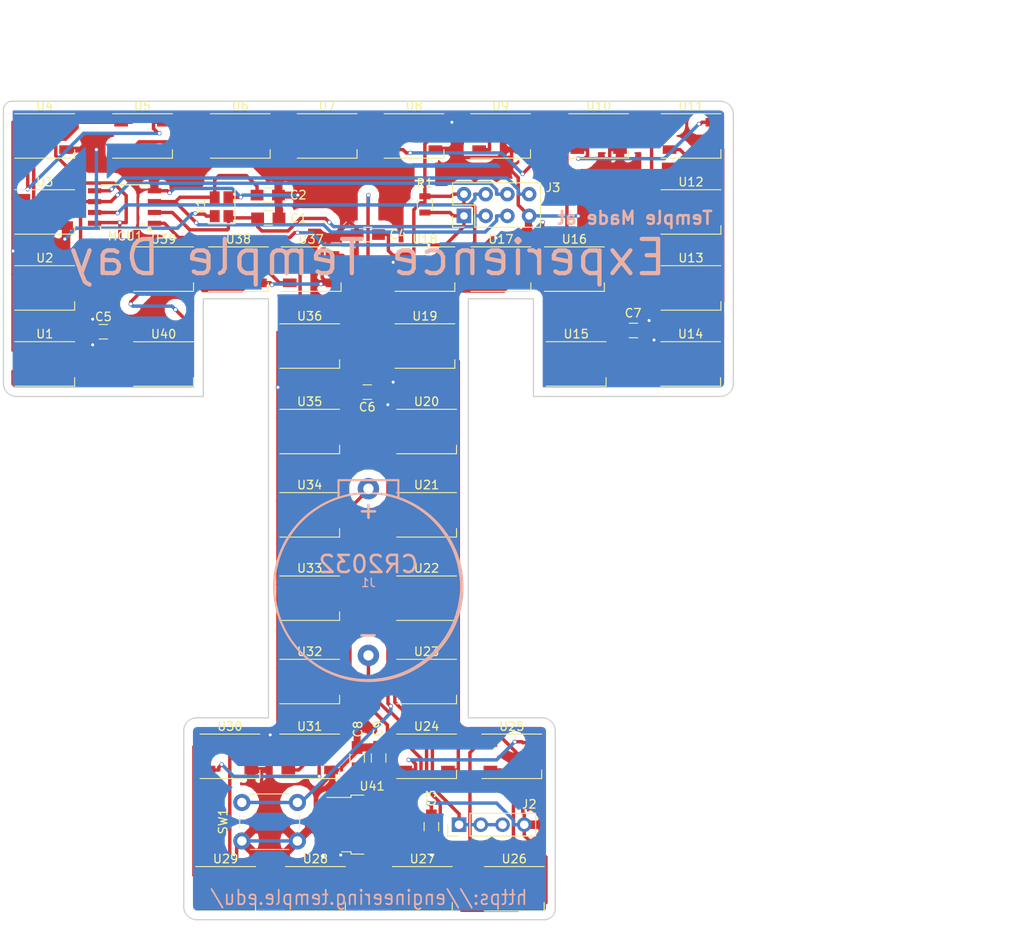
<source format=kicad_pcb>
(kicad_pcb (version 20171130) (host pcbnew "(5.0.0)")
  (layers (0 F.Cu signal) (31 B.Cu signal) (34 B.Paste user) (35 F.Paste user) (36 B.SilkS user) (37 F.SilkS user) (38 B.Mask user) (39 F.Mask user) (44 Edge.Cuts user))
  (net 0 "")
  (net 1 GND)
  (net 2 +5V)
  (net 3 "Net-(U1-Pad2)")
  (net 4 DIN)
  (net 5 "Net-(U2-Pad2)")
  (net 6 "Net-(U3-Pad2)")
  (net 7 "Net-(U4-Pad2)")
  (net 8 "Net-(U5-Pad2)")
  (net 9 "Net-(U6-Pad2)")
  (net 10 "Net-(U7-Pad2)")
  (net 11 "Net-(U8-Pad2)")
  (net 12 "Net-(U10-Pad4)")
  (net 13 "Net-(U10-Pad2)")
  (net 14 "Net-(U11-Pad2)")
  (net 15 "Net-(U12-Pad2)")
  (net 16 "Net-(U13-Pad2)")
  (net 17 "Net-(U14-Pad2)")
  (net 18 "Net-(U15-Pad2)")
  (net 19 "Net-(U16-Pad2)")
  (net 20 "Net-(U17-Pad2)")
  (net 21 "Net-(U18-Pad2)")
  (net 22 "Net-(U19-Pad2)")
  (net 23 "Net-(U20-Pad2)")
  (net 24 "Net-(U21-Pad2)")
  (net 25 "Net-(U22-Pad2)")
  (net 26 "Net-(U23-Pad2)")
  (net 27 "Net-(U24-Pad2)")
  (net 28 "Net-(U25-Pad2)")
  (net 29 "Net-(U26-Pad2)")
  (net 30 "Net-(U27-Pad2)")
  (net 31 "Net-(U28-Pad2)")
  (net 32 "Net-(U29-Pad2)")
  (net 33 "Net-(U30-Pad2)")
  (net 34 "Net-(U31-Pad2)")
  (net 35 "Net-(U32-Pad2)")
  (net 36 "Net-(U33-Pad2)")
  (net 37 "Net-(U34-Pad2)")
  (net 38 "Net-(U35-Pad2)")
  (net 39 "Net-(U36-Pad2)")
  (net 40 "Net-(U37-Pad2)")
  (net 41 "Net-(U38-Pad2)")
  (net 42 +BATT)
  (net 43 BTN)
  (net 44 "Net-(U39-Pad2)")
  (net 45 PB3)
  (net 46 PB4)
  (net 47 PB0)
  (net 48 RST)
  (net 49 "Net-(J1-Pad1)")
  (module "TEST:CR2032 Housing" (layer B.Cu) (at 127.512 113.412)
    (fp_text reference J1 (at 0 -0.5) (layer B.SilkS) (effects (justify mirror)))
    (fp_text value Conn_01x02)
    (fp_text user CR2032 (at 0 -2.667) (layer B.SilkS) (effects (font (size 2 2) (thickness 0.3)) (justify mirror)))
    (fp_text user - (at -0.0468 5.5) (layer B.SilkS) (effects (font (size 2 2) (thickness 0.3)) (justify mirror)))
    (fp_text user + (at 0 -9) (layer B.SilkS) (effects (font (size 2 2) (thickness 0.3)) (justify mirror)))
    (pad 1 thru_hole circle (at 0 8) (size 2.5 2.5) (drill 1.2) (layers *.Cu *.Mask) (net 49 "Net-(J1-Pad1)"))
    (pad 2 thru_hole circle (at 0 -11.5) (size 2.5 2.5) (drill 1.2) (layers *.Cu *.Mask) (net 42 +BATT))
  )
  (module LEDs:LED_WS2812B-PLCC4 (layer F.Cu) (at 89.662 87.3125)
    (fp_text reference U1 (at 0 -3.5) (layer F.SilkS))
    (fp_text value WS2812B)
    (pad 1 smd rect (at -2.5 -1.6) (size 1.6 1) (layers F.Cu F.Paste F.Mask) (net 2 +5V))
    (pad 2 smd rect (at -2.5 1.6) (size 1.6 1) (layers F.Cu F.Paste F.Mask) (net 3 "Net-(U1-Pad2)"))
    (pad 4 smd rect (at 2.5 -1.6) (size 1.6 1) (layers F.Cu F.Paste F.Mask) (net 4 DIN))
    (pad 3 smd rect (at 2.5 1.6) (size 1.6 1) (layers F.Cu F.Paste F.Mask) (net 1 GND))
  )
  (module LEDs:LED_WS2812B-PLCC4 (layer F.Cu) (at 89.662 78.4225)
    (fp_text reference U2 (at 0 -3.5) (layer F.SilkS))
    (fp_text value WS2812B)
    (pad 3 smd rect (at 2.5 1.6) (size 1.6 1) (layers F.Cu F.Paste F.Mask) (net 1 GND))
    (pad 4 smd rect (at 2.5 -1.6) (size 1.6 1) (layers F.Cu F.Paste F.Mask) (net 3 "Net-(U1-Pad2)"))
    (pad 2 smd rect (at -2.5 1.6) (size 1.6 1) (layers F.Cu F.Paste F.Mask) (net 5 "Net-(U2-Pad2)"))
    (pad 1 smd rect (at -2.5 -1.6) (size 1.6 1) (layers F.Cu F.Paste F.Mask) (net 2 +5V))
  )
  (module LEDs:LED_WS2812B-PLCC4 (layer F.Cu) (at 89.662 69.5325)
    (fp_text reference U3 (at 0 -3.5) (layer F.SilkS))
    (fp_text value WS2812B)
    (pad 1 smd rect (at -2.5 -1.6) (size 1.6 1) (layers F.Cu F.Paste F.Mask) (net 2 +5V))
    (pad 2 smd rect (at -2.5 1.6) (size 1.6 1) (layers F.Cu F.Paste F.Mask) (net 6 "Net-(U3-Pad2)"))
    (pad 4 smd rect (at 2.5 -1.6) (size 1.6 1) (layers F.Cu F.Paste F.Mask) (net 5 "Net-(U2-Pad2)"))
    (pad 3 smd rect (at 2.5 1.6) (size 1.6 1) (layers F.Cu F.Paste F.Mask) (net 1 GND))
  )
  (module LEDs:LED_WS2812B-PLCC4 (layer F.Cu) (at 89.662 60.6425)
    (fp_text reference U4 (at 0 -3.5) (layer F.SilkS))
    (fp_text value WS2812B)
    (pad 3 smd rect (at 2.5 1.6) (size 1.6 1) (layers F.Cu F.Paste F.Mask) (net 1 GND))
    (pad 4 smd rect (at 2.5 -1.6) (size 1.6 1) (layers F.Cu F.Paste F.Mask) (net 6 "Net-(U3-Pad2)"))
    (pad 2 smd rect (at -2.5 1.6) (size 1.6 1) (layers F.Cu F.Paste F.Mask) (net 7 "Net-(U4-Pad2)"))
    (pad 1 smd rect (at -2.5 -1.6) (size 1.6 1) (layers F.Cu F.Paste F.Mask) (net 2 +5V))
  )
  (module LEDs:LED_WS2812B-PLCC4 (layer F.Cu) (at 101.092 60.6425)
    (fp_text reference U5 (at 0 -3.5) (layer F.SilkS))
    (fp_text value WS2812B)
    (pad 1 smd rect (at -2.5 -1.6) (size 1.6 1) (layers F.Cu F.Paste F.Mask) (net 2 +5V))
    (pad 2 smd rect (at -2.5 1.6) (size 1.6 1) (layers F.Cu F.Paste F.Mask) (net 8 "Net-(U5-Pad2)"))
    (pad 4 smd rect (at 2.5 -1.6) (size 1.6 1) (layers F.Cu F.Paste F.Mask) (net 7 "Net-(U4-Pad2)"))
    (pad 3 smd rect (at 2.5 1.6) (size 1.6 1) (layers F.Cu F.Paste F.Mask) (net 1 GND))
  )
  (module LEDs:LED_WS2812B-PLCC4 (layer F.Cu) (at 112.522 60.6425)
    (fp_text reference U6 (at 0 -3.5) (layer F.SilkS))
    (fp_text value WS2812B)
    (pad 3 smd rect (at 2.5 1.6) (size 1.6 1) (layers F.Cu F.Paste F.Mask) (net 1 GND))
    (pad 4 smd rect (at 2.5 -1.6) (size 1.6 1) (layers F.Cu F.Paste F.Mask) (net 8 "Net-(U5-Pad2)"))
    (pad 2 smd rect (at -2.5 1.6) (size 1.6 1) (layers F.Cu F.Paste F.Mask) (net 9 "Net-(U6-Pad2)"))
    (pad 1 smd rect (at -2.5 -1.6) (size 1.6 1) (layers F.Cu F.Paste F.Mask) (net 2 +5V))
  )
  (module LEDs:LED_WS2812B-PLCC4 (layer F.Cu) (at 122.682 60.6425)
    (fp_text reference U7 (at 0 -3.5) (layer F.SilkS))
    (fp_text value WS2812B)
    (pad 1 smd rect (at -2.5 -1.6) (size 1.6 1) (layers F.Cu F.Paste F.Mask) (net 2 +5V))
    (pad 2 smd rect (at -2.5 1.6) (size 1.6 1) (layers F.Cu F.Paste F.Mask) (net 10 "Net-(U7-Pad2)"))
    (pad 4 smd rect (at 2.5 -1.6) (size 1.6 1) (layers F.Cu F.Paste F.Mask) (net 9 "Net-(U6-Pad2)"))
    (pad 3 smd rect (at 2.5 1.6) (size 1.6 1) (layers F.Cu F.Paste F.Mask) (net 1 GND))
  )
  (module LEDs:LED_WS2812B-PLCC4 (layer F.Cu) (at 132.842 60.6425)
    (fp_text reference U8 (at 0 -3.5) (layer F.SilkS))
    (fp_text value WS2812B)
    (pad 3 smd rect (at 2.5 1.6) (size 1.6 1) (layers F.Cu F.Paste F.Mask) (net 1 GND))
    (pad 4 smd rect (at 2.5 -1.6) (size 1.6 1) (layers F.Cu F.Paste F.Mask) (net 10 "Net-(U7-Pad2)"))
    (pad 2 smd rect (at -2.5 1.6) (size 1.6 1) (layers F.Cu F.Paste F.Mask) (net 11 "Net-(U8-Pad2)"))
    (pad 1 smd rect (at -2.5 -1.6) (size 1.6 1) (layers F.Cu F.Paste F.Mask) (net 2 +5V))
  )
  (module LEDs:LED_WS2812B-PLCC4 (layer F.Cu) (at 142.962 60.6425)
    (fp_text reference U9 (at 0 -3.5) (layer F.SilkS))
    (fp_text value WS2812B)
    (pad 1 smd rect (at -2.5 -1.6) (size 1.6 1) (layers F.Cu F.Paste F.Mask) (net 2 +5V))
    (pad 2 smd rect (at -2.5 1.6) (size 1.6 1) (layers F.Cu F.Paste F.Mask) (net 12 "Net-(U10-Pad4)"))
    (pad 4 smd rect (at 2.5 -1.6) (size 1.6 1) (layers F.Cu F.Paste F.Mask) (net 11 "Net-(U8-Pad2)"))
    (pad 3 smd rect (at 2.5 1.6) (size 1.6 1) (layers F.Cu F.Paste F.Mask) (net 1 GND))
  )
  (module LEDs:LED_WS2812B-PLCC4 (layer F.Cu) (at 154.432 60.6425)
    (fp_text reference U10 (at 0 -3.5) (layer F.SilkS))
    (fp_text value WS2812B)
    (pad 3 smd rect (at 2.5 1.6) (size 1.6 1) (layers F.Cu F.Paste F.Mask) (net 1 GND))
    (pad 4 smd rect (at 2.5 -1.6) (size 1.6 1) (layers F.Cu F.Paste F.Mask) (net 12 "Net-(U10-Pad4)"))
    (pad 2 smd rect (at -2.5 1.6) (size 1.6 1) (layers F.Cu F.Paste F.Mask) (net 13 "Net-(U10-Pad2)"))
    (pad 1 smd rect (at -2.5 -1.6) (size 1.6 1) (layers F.Cu F.Paste F.Mask) (net 2 +5V))
  )
  (module LEDs:LED_WS2812B-PLCC4 (layer F.Cu) (at 165.227 60.6425)
    (fp_text reference U11 (at 0 -3.5) (layer F.SilkS))
    (fp_text value WS2812B)
    (pad 1 smd rect (at -2.5 -1.6) (size 1.6 1) (layers F.Cu F.Paste F.Mask) (net 2 +5V))
    (pad 2 smd rect (at -2.5 1.6) (size 1.6 1) (layers F.Cu F.Paste F.Mask) (net 14 "Net-(U11-Pad2)"))
    (pad 4 smd rect (at 2.5 -1.6) (size 1.6 1) (layers F.Cu F.Paste F.Mask) (net 13 "Net-(U10-Pad2)"))
    (pad 3 smd rect (at 2.5 1.6) (size 1.6 1) (layers F.Cu F.Paste F.Mask) (net 1 GND))
  )
  (module LEDs:LED_WS2812B-PLCC4 (layer F.Cu) (at 165.227 69.5325)
    (fp_text reference U12 (at 0 -3.5) (layer F.SilkS))
    (fp_text value WS2812B)
    (pad 3 smd rect (at 2.5 1.6) (size 1.6 1) (layers F.Cu F.Paste F.Mask) (net 1 GND))
    (pad 4 smd rect (at 2.5 -1.6) (size 1.6 1) (layers F.Cu F.Paste F.Mask) (net 14 "Net-(U11-Pad2)"))
    (pad 2 smd rect (at -2.5 1.6) (size 1.6 1) (layers F.Cu F.Paste F.Mask) (net 15 "Net-(U12-Pad2)"))
    (pad 1 smd rect (at -2.5 -1.6) (size 1.6 1) (layers F.Cu F.Paste F.Mask) (net 2 +5V))
  )
  (module LEDs:LED_WS2812B-PLCC4 (layer F.Cu) (at 165.227 78.4225)
    (fp_text reference U13 (at 0 -3.5) (layer F.SilkS))
    (fp_text value WS2812B)
    (pad 1 smd rect (at -2.5 -1.6) (size 1.6 1) (layers F.Cu F.Paste F.Mask) (net 2 +5V))
    (pad 2 smd rect (at -2.5 1.6) (size 1.6 1) (layers F.Cu F.Paste F.Mask) (net 16 "Net-(U13-Pad2)"))
    (pad 4 smd rect (at 2.5 -1.6) (size 1.6 1) (layers F.Cu F.Paste F.Mask) (net 15 "Net-(U12-Pad2)"))
    (pad 3 smd rect (at 2.5 1.6) (size 1.6 1) (layers F.Cu F.Paste F.Mask) (net 1 GND))
  )
  (module LEDs:LED_WS2812B-PLCC4 (layer F.Cu) (at 151.801 87.3125)
    (fp_text reference U15 (at 0 -3.5) (layer F.SilkS))
    (fp_text value WS2812B)
    (pad 3 smd rect (at 2.5 1.6) (size 1.6 1) (layers F.Cu F.Paste F.Mask) (net 1 GND))
    (pad 4 smd rect (at 2.5 -1.6) (size 1.6 1) (layers F.Cu F.Paste F.Mask) (net 17 "Net-(U14-Pad2)"))
    (pad 2 smd rect (at -2.5 1.6) (size 1.6 1) (layers F.Cu F.Paste F.Mask) (net 18 "Net-(U15-Pad2)"))
    (pad 1 smd rect (at -2.5 -1.6) (size 1.6 1) (layers F.Cu F.Paste F.Mask) (net 2 +5V))
  )
  (module LEDs:LED_WS2812B-PLCC4 (layer F.Cu) (at 151.598 76.2225)
    (fp_text reference U16 (at 0 -3.5) (layer F.SilkS))
    (fp_text value WS2812B)
    (pad 1 smd rect (at -2.5 -1.6) (size 1.6 1) (layers F.Cu F.Paste F.Mask) (net 2 +5V))
    (pad 2 smd rect (at -2.5 1.6) (size 1.6 1) (layers F.Cu F.Paste F.Mask) (net 19 "Net-(U16-Pad2)"))
    (pad 4 smd rect (at 2.5 -1.6) (size 1.6 1) (layers F.Cu F.Paste F.Mask) (net 18 "Net-(U15-Pad2)"))
    (pad 3 smd rect (at 2.5 1.6) (size 1.6 1) (layers F.Cu F.Paste F.Mask) (net 1 GND))
  )
  (module LEDs:LED_WS2812B-PLCC4 (layer F.Cu) (at 143.002 76.2225)
    (fp_text reference U17 (at 0 -3.5) (layer F.SilkS))
    (fp_text value WS2812B)
    (pad 3 smd rect (at 2.5 1.6) (size 1.6 1) (layers F.Cu F.Paste F.Mask) (net 1 GND))
    (pad 4 smd rect (at 2.5 -1.6) (size 1.6 1) (layers F.Cu F.Paste F.Mask) (net 19 "Net-(U16-Pad2)"))
    (pad 2 smd rect (at -2.5 1.6) (size 1.6 1) (layers F.Cu F.Paste F.Mask) (net 20 "Net-(U17-Pad2)"))
    (pad 1 smd rect (at -2.5 -1.6) (size 1.6 1) (layers F.Cu F.Paste F.Mask) (net 2 +5V))
  )
  (module LEDs:LED_WS2812B-PLCC4 (layer F.Cu) (at 134.112 76.2225)
    (fp_text reference U18 (at 0 -3.5) (layer F.SilkS))
    (fp_text value WS2812B)
    (pad 1 smd rect (at -2.5 -1.6) (size 1.6 1) (layers F.Cu F.Paste F.Mask) (net 2 +5V))
    (pad 2 smd rect (at -2.5 1.6) (size 1.6 1) (layers F.Cu F.Paste F.Mask) (net 21 "Net-(U18-Pad2)"))
    (pad 4 smd rect (at 2.5 -1.6) (size 1.6 1) (layers F.Cu F.Paste F.Mask) (net 20 "Net-(U17-Pad2)"))
    (pad 3 smd rect (at 2.5 1.6) (size 1.6 1) (layers F.Cu F.Paste F.Mask) (net 1 GND))
  )
  (module LEDs:LED_WS2812B-PLCC4 (layer F.Cu) (at 134.112 85.2225)
    (fp_text reference U19 (at 0 -3.5) (layer F.SilkS))
    (fp_text value WS2812B)
    (pad 3 smd rect (at 2.5 1.6) (size 1.6 1) (layers F.Cu F.Paste F.Mask) (net 1 GND))
    (pad 4 smd rect (at 2.5 -1.6) (size 1.6 1) (layers F.Cu F.Paste F.Mask) (net 21 "Net-(U18-Pad2)"))
    (pad 2 smd rect (at -2.5 1.6) (size 1.6 1) (layers F.Cu F.Paste F.Mask) (net 22 "Net-(U19-Pad2)"))
    (pad 1 smd rect (at -2.5 -1.6) (size 1.6 1) (layers F.Cu F.Paste F.Mask) (net 2 +5V))
  )
  (module LEDs:LED_WS2812B-PLCC4 (layer F.Cu) (at 134.312 95.2225)
    (fp_text reference U20 (at 0 -3.5) (layer F.SilkS))
    (fp_text value WS2812B)
    (pad 1 smd rect (at -2.5 -1.6) (size 1.6 1) (layers F.Cu F.Paste F.Mask) (net 2 +5V))
    (pad 2 smd rect (at -2.5 1.6) (size 1.6 1) (layers F.Cu F.Paste F.Mask) (net 23 "Net-(U20-Pad2)"))
    (pad 4 smd rect (at 2.5 -1.6) (size 1.6 1) (layers F.Cu F.Paste F.Mask) (net 22 "Net-(U19-Pad2)"))
    (pad 3 smd rect (at 2.5 1.6) (size 1.6 1) (layers F.Cu F.Paste F.Mask) (net 1 GND))
  )
  (module LEDs:LED_WS2812B-PLCC4 (layer F.Cu) (at 134.312 104.9725)
    (fp_text reference U21 (at 0 -3.5) (layer F.SilkS))
    (fp_text value WS2812B)
    (pad 1 smd rect (at -2.5 -1.6) (size 1.6 1) (layers F.Cu F.Paste F.Mask) (net 2 +5V))
    (pad 2 smd rect (at -2.5 1.6) (size 1.6 1) (layers F.Cu F.Paste F.Mask) (net 24 "Net-(U21-Pad2)"))
    (pad 4 smd rect (at 2.5 -1.6) (size 1.6 1) (layers F.Cu F.Paste F.Mask) (net 23 "Net-(U20-Pad2)"))
    (pad 3 smd rect (at 2.5 1.6) (size 1.6 1) (layers F.Cu F.Paste F.Mask) (net 1 GND))
  )
  (module LEDs:LED_WS2812B-PLCC4 (layer F.Cu) (at 134.312 114.7225)
    (fp_text reference U22 (at 0 -3.5) (layer F.SilkS))
    (fp_text value WS2812B)
    (pad 3 smd rect (at 2.5 1.6) (size 1.6 1) (layers F.Cu F.Paste F.Mask) (net 1 GND))
    (pad 4 smd rect (at 2.5 -1.6) (size 1.6 1) (layers F.Cu F.Paste F.Mask) (net 24 "Net-(U21-Pad2)"))
    (pad 2 smd rect (at -2.5 1.6) (size 1.6 1) (layers F.Cu F.Paste F.Mask) (net 25 "Net-(U22-Pad2)"))
    (pad 1 smd rect (at -2.5 -1.6) (size 1.6 1) (layers F.Cu F.Paste F.Mask) (net 2 +5V))
  )
  (module LEDs:LED_WS2812B-PLCC4 (layer F.Cu) (at 134.312 124.4725)
    (fp_text reference U23 (at 0 -3.5) (layer F.SilkS))
    (fp_text value WS2812B)
    (pad 1 smd rect (at -2.5 -1.6) (size 1.6 1) (layers F.Cu F.Paste F.Mask) (net 2 +5V))
    (pad 2 smd rect (at -2.5 1.6) (size 1.6 1) (layers F.Cu F.Paste F.Mask) (net 26 "Net-(U23-Pad2)"))
    (pad 4 smd rect (at 2.5 -1.6) (size 1.6 1) (layers F.Cu F.Paste F.Mask) (net 25 "Net-(U22-Pad2)"))
    (pad 3 smd rect (at 2.5 1.6) (size 1.6 1) (layers F.Cu F.Paste F.Mask) (net 1 GND))
  )
  (module LEDs:LED_WS2812B-PLCC4 (layer F.Cu) (at 134.312 133.2225)
    (fp_text reference U24 (at 0 -3.5) (layer F.SilkS))
    (fp_text value WS2812B)
    (pad 3 smd rect (at 2.5 1.6) (size 1.6 1) (layers F.Cu F.Paste F.Mask) (net 1 GND))
    (pad 4 smd rect (at 2.5 -1.6) (size 1.6 1) (layers F.Cu F.Paste F.Mask) (net 26 "Net-(U23-Pad2)"))
    (pad 2 smd rect (at -2.5 1.6) (size 1.6 1) (layers F.Cu F.Paste F.Mask) (net 27 "Net-(U24-Pad2)"))
    (pad 1 smd rect (at -2.5 -1.6) (size 1.6 1) (layers F.Cu F.Paste F.Mask) (net 2 +5V))
  )
  (module LEDs:LED_WS2812B-PLCC4 (layer F.Cu) (at 144.272 133.2225)
    (fp_text reference U25 (at 0 -3.5) (layer F.SilkS))
    (fp_text value WS2812B)
    (pad 1 smd rect (at -2.5 -1.6) (size 1.6 1) (layers F.Cu F.Paste F.Mask) (net 2 +5V))
    (pad 2 smd rect (at -2.5 1.6) (size 1.6 1) (layers F.Cu F.Paste F.Mask) (net 28 "Net-(U25-Pad2)"))
    (pad 4 smd rect (at 2.5 -1.6) (size 1.6 1) (layers F.Cu F.Paste F.Mask) (net 27 "Net-(U24-Pad2)"))
    (pad 3 smd rect (at 2.5 1.6) (size 1.6 1) (layers F.Cu F.Paste F.Mask) (net 1 GND))
  )
  (module LEDs:LED_WS2812B-PLCC4 (layer F.Cu) (at 144.562 148.7225)
    (fp_text reference U26 (at 0 -3.5) (layer F.SilkS))
    (fp_text value WS2812B)
    (pad 3 smd rect (at 2.5 1.6) (size 1.6 1) (layers F.Cu F.Paste F.Mask) (net 1 GND))
    (pad 4 smd rect (at 2.5 -1.6) (size 1.6 1) (layers F.Cu F.Paste F.Mask) (net 28 "Net-(U25-Pad2)"))
    (pad 2 smd rect (at -2.5 1.6) (size 1.6 1) (layers F.Cu F.Paste F.Mask) (net 29 "Net-(U26-Pad2)"))
    (pad 1 smd rect (at -2.5 -1.6) (size 1.6 1) (layers F.Cu F.Paste F.Mask) (net 2 +5V))
  )
  (module LEDs:LED_WS2812B-PLCC4 (layer F.Cu) (at 133.812 148.7225)
    (fp_text reference U27 (at 0 -3.5) (layer F.SilkS))
    (fp_text value WS2812B)
    (pad 1 smd rect (at -2.5 -1.6) (size 1.6 1) (layers F.Cu F.Paste F.Mask) (net 2 +5V))
    (pad 2 smd rect (at -2.5 1.6) (size 1.6 1) (layers F.Cu F.Paste F.Mask) (net 30 "Net-(U27-Pad2)"))
    (pad 4 smd rect (at 2.5 -1.6) (size 1.6 1) (layers F.Cu F.Paste F.Mask) (net 29 "Net-(U26-Pad2)"))
    (pad 3 smd rect (at 2.5 1.6) (size 1.6 1) (layers F.Cu F.Paste F.Mask) (net 1 GND))
  )
  (module LEDs:LED_WS2812B-PLCC4 (layer F.Cu) (at 121.312 148.7225)
    (fp_text reference U28 (at 0 -3.5) (layer F.SilkS))
    (fp_text value WS2812B)
    (pad 3 smd rect (at 2.5 1.6) (size 1.6 1) (layers F.Cu F.Paste F.Mask) (net 1 GND))
    (pad 4 smd rect (at 2.5 -1.6) (size 1.6 1) (layers F.Cu F.Paste F.Mask) (net 30 "Net-(U27-Pad2)"))
    (pad 2 smd rect (at -2.5 1.6) (size 1.6 1) (layers F.Cu F.Paste F.Mask) (net 31 "Net-(U28-Pad2)"))
    (pad 1 smd rect (at -2.5 -1.6) (size 1.6 1) (layers F.Cu F.Paste F.Mask) (net 2 +5V))
  )
  (module LEDs:LED_WS2812B-PLCC4 (layer F.Cu) (at 110.812 148.7225)
    (fp_text reference U29 (at 0 -3.5) (layer F.SilkS))
    (fp_text value WS2812B)
    (pad 1 smd rect (at -2.5 -1.6) (size 1.6 1) (layers F.Cu F.Paste F.Mask) (net 2 +5V))
    (pad 2 smd rect (at -2.5 1.6) (size 1.6 1) (layers F.Cu F.Paste F.Mask) (net 32 "Net-(U29-Pad2)"))
    (pad 4 smd rect (at 2.5 -1.6) (size 1.6 1) (layers F.Cu F.Paste F.Mask) (net 31 "Net-(U28-Pad2)"))
    (pad 3 smd rect (at 2.5 1.6) (size 1.6 1) (layers F.Cu F.Paste F.Mask) (net 1 GND))
  )
  (module LEDs:LED_WS2812B-PLCC4 (layer F.Cu) (at 111.312 133.2225)
    (fp_text reference U30 (at 0 -3.5) (layer F.SilkS))
    (fp_text value WS2812B)
    (pad 3 smd rect (at 2.5 1.6) (size 1.6 1) (layers F.Cu F.Paste F.Mask) (net 1 GND))
    (pad 4 smd rect (at 2.5 -1.6) (size 1.6 1) (layers F.Cu F.Paste F.Mask) (net 32 "Net-(U29-Pad2)"))
    (pad 2 smd rect (at -2.5 1.6) (size 1.6 1) (layers F.Cu F.Paste F.Mask) (net 33 "Net-(U30-Pad2)"))
    (pad 1 smd rect (at -2.5 -1.6) (size 1.6 1) (layers F.Cu F.Paste F.Mask) (net 2 +5V))
  )
  (module LEDs:LED_WS2812B-PLCC4 (layer F.Cu) (at 120.642 133.2225)
    (fp_text reference U31 (at 0 -3.5) (layer F.SilkS))
    (fp_text value WS2812B)
    (pad 1 smd rect (at -2.5 -1.6) (size 1.6 1) (layers F.Cu F.Paste F.Mask) (net 2 +5V))
    (pad 2 smd rect (at -2.5 1.6) (size 1.6 1) (layers F.Cu F.Paste F.Mask) (net 34 "Net-(U31-Pad2)"))
    (pad 4 smd rect (at 2.5 -1.6) (size 1.6 1) (layers F.Cu F.Paste F.Mask) (net 33 "Net-(U30-Pad2)"))
    (pad 3 smd rect (at 2.5 1.6) (size 1.6 1) (layers F.Cu F.Paste F.Mask) (net 1 GND))
  )
  (module LEDs:LED_WS2812B-PLCC4 (layer F.Cu) (at 120.642 124.4725)
    (fp_text reference U32 (at 0 -3.5) (layer F.SilkS))
    (fp_text value WS2812B)
    (pad 3 smd rect (at 2.5 1.6) (size 1.6 1) (layers F.Cu F.Paste F.Mask) (net 1 GND))
    (pad 4 smd rect (at 2.5 -1.6) (size 1.6 1) (layers F.Cu F.Paste F.Mask) (net 34 "Net-(U31-Pad2)"))
    (pad 2 smd rect (at -2.5 1.6) (size 1.6 1) (layers F.Cu F.Paste F.Mask) (net 35 "Net-(U32-Pad2)"))
    (pad 1 smd rect (at -2.5 -1.6) (size 1.6 1) (layers F.Cu F.Paste F.Mask) (net 2 +5V))
  )
  (module LEDs:LED_WS2812B-PLCC4 (layer F.Cu) (at 120.642 114.7225)
    (fp_text reference U33 (at 0 -3.5) (layer F.SilkS))
    (fp_text value WS2812B)
    (pad 1 smd rect (at -2.5 -1.6) (size 1.6 1) (layers F.Cu F.Paste F.Mask) (net 2 +5V))
    (pad 2 smd rect (at -2.5 1.6) (size 1.6 1) (layers F.Cu F.Paste F.Mask) (net 36 "Net-(U33-Pad2)"))
    (pad 4 smd rect (at 2.5 -1.6) (size 1.6 1) (layers F.Cu F.Paste F.Mask) (net 35 "Net-(U32-Pad2)"))
    (pad 3 smd rect (at 2.5 1.6) (size 1.6 1) (layers F.Cu F.Paste F.Mask) (net 1 GND))
  )
  (module LEDs:LED_WS2812B-PLCC4 (layer F.Cu) (at 120.642 104.9725)
    (fp_text reference U34 (at 0 -3.5) (layer F.SilkS))
    (fp_text value WS2812B)
    (pad 3 smd rect (at 2.5 1.6) (size 1.6 1) (layers F.Cu F.Paste F.Mask) (net 1 GND))
    (pad 4 smd rect (at 2.5 -1.6) (size 1.6 1) (layers F.Cu F.Paste F.Mask) (net 36 "Net-(U33-Pad2)"))
    (pad 2 smd rect (at -2.5 1.6) (size 1.6 1) (layers F.Cu F.Paste F.Mask) (net 37 "Net-(U34-Pad2)"))
    (pad 1 smd rect (at -2.5 -1.6) (size 1.6 1) (layers F.Cu F.Paste F.Mask) (net 2 +5V))
  )
  (module LEDs:LED_WS2812B-PLCC4 (layer F.Cu) (at 120.642 95.2225)
    (fp_text reference U35 (at 0 -3.5) (layer F.SilkS))
    (fp_text value WS2812B)
    (pad 1 smd rect (at -2.5 -1.6) (size 1.6 1) (layers F.Cu F.Paste F.Mask) (net 2 +5V))
    (pad 2 smd rect (at -2.5 1.6) (size 1.6 1) (layers F.Cu F.Paste F.Mask) (net 38 "Net-(U35-Pad2)"))
    (pad 4 smd rect (at 2.5 -1.6) (size 1.6 1) (layers F.Cu F.Paste F.Mask) (net 37 "Net-(U34-Pad2)"))
    (pad 3 smd rect (at 2.5 1.6) (size 1.6 1) (layers F.Cu F.Paste F.Mask) (net 1 GND))
  )
  (module LEDs:LED_WS2812B-PLCC4 (layer F.Cu) (at 120.642 85.2225)
    (fp_text reference U36 (at 0 -3.5) (layer F.SilkS))
    (fp_text value WS2812B)
    (pad 3 smd rect (at 2.5 1.6) (size 1.6 1) (layers F.Cu F.Paste F.Mask) (net 1 GND))
    (pad 4 smd rect (at 2.5 -1.6) (size 1.6 1) (layers F.Cu F.Paste F.Mask) (net 38 "Net-(U35-Pad2)"))
    (pad 2 smd rect (at -2.5 1.6) (size 1.6 1) (layers F.Cu F.Paste F.Mask) (net 39 "Net-(U36-Pad2)"))
    (pad 1 smd rect (at -2.5 -1.6) (size 1.6 1) (layers F.Cu F.Paste F.Mask) (net 2 +5V))
  )
  (module LEDs:LED_WS2812B-PLCC4 (layer F.Cu) (at 120.812 76.2225)
    (fp_text reference U37 (at 0 -3.5) (layer F.SilkS))
    (fp_text value WS2812B)
    (pad 1 smd rect (at -2.5 -1.6) (size 1.6 1) (layers F.Cu F.Paste F.Mask) (net 2 +5V))
    (pad 2 smd rect (at -2.5 1.6) (size 1.6 1) (layers F.Cu F.Paste F.Mask) (net 40 "Net-(U37-Pad2)"))
    (pad 4 smd rect (at 2.5 -1.6) (size 1.6 1) (layers F.Cu F.Paste F.Mask) (net 39 "Net-(U36-Pad2)"))
    (pad 3 smd rect (at 2.5 1.6) (size 1.6 1) (layers F.Cu F.Paste F.Mask) (net 1 GND))
  )
  (module LEDs:LED_WS2812B-PLCC4 (layer F.Cu) (at 112.312 76.2225)
    (fp_text reference U38 (at 0 -3.5) (layer F.SilkS))
    (fp_text value WS2812B)
    (pad 3 smd rect (at 2.5 1.6) (size 1.6 1) (layers F.Cu F.Paste F.Mask) (net 1 GND))
    (pad 4 smd rect (at 2.5 -1.6) (size 1.6 1) (layers F.Cu F.Paste F.Mask) (net 40 "Net-(U37-Pad2)"))
    (pad 2 smd rect (at -2.5 1.6) (size 1.6 1) (layers F.Cu F.Paste F.Mask) (net 41 "Net-(U38-Pad2)"))
    (pad 1 smd rect (at -2.5 -1.6) (size 1.6 1) (layers F.Cu F.Paste F.Mask) (net 2 +5V))
  )
  (module LEDs:LED_WS2812B-PLCC4 (layer F.Cu) (at 103.562 76.2225)
    (fp_text reference U39 (at 0 -3.5) (layer F.SilkS))
    (fp_text value WS2812B)
    (pad 1 smd rect (at -2.5 -1.6) (size 1.6 1) (layers F.Cu F.Paste F.Mask) (net 2 +5V))
    (pad 2 smd rect (at -2.5 1.6) (size 1.6 1) (layers F.Cu F.Paste F.Mask) (net 44 "Net-(U39-Pad2)"))
    (pad 4 smd rect (at 2.5 -1.6) (size 1.6 1) (layers F.Cu F.Paste F.Mask) (net 41 "Net-(U38-Pad2)"))
    (pad 3 smd rect (at 2.5 1.6) (size 1.6 1) (layers F.Cu F.Paste F.Mask) (net 1 GND))
  )
  (module LEDs:LED_WS2812B-PLCC4 (layer F.Cu) (at 165.187 87.3125)
    (fp_text reference U14 (at 0 -3.5) (layer F.SilkS))
    (fp_text value WS2812B)
    (pad 1 smd rect (at -2.5 -1.6) (size 1.6 1) (layers F.Cu F.Paste F.Mask) (net 2 +5V))
    (pad 2 smd rect (at -2.5 1.6) (size 1.6 1) (layers F.Cu F.Paste F.Mask) (net 17 "Net-(U14-Pad2)"))
    (pad 4 smd rect (at 2.5 -1.6) (size 1.6 1) (layers F.Cu F.Paste F.Mask) (net 16 "Net-(U13-Pad2)"))
    (pad 3 smd rect (at 2.5 1.6) (size 1.6 1) (layers F.Cu F.Paste F.Mask) (net 1 GND))
  )
  (module Capacitors_SMD:C_0805_HandSoldering (layer F.Cu) (at 115.804 70.231)
    (fp_text reference C1 (at 3.5644 0.0336) (layer F.SilkS))
    (fp_text value 20pF)
    (pad 1 smd rect (at -1.25 0) (size 1.5 1.25) (layers F.Cu F.Paste F.Mask) (net 45 PB3))
    (pad 2 smd rect (at 1.25 0) (size 1.5 1.25) (layers F.Cu F.Paste F.Mask) (net 1 GND))
  )
  (module Capacitors_SMD:C_0805_HandSoldering (layer F.Cu) (at 115.7405 67.564)
    (fp_text reference C2 (at 3.5644 -0.0064) (layer F.SilkS))
    (fp_text value 20pF)
    (pad 2 smd rect (at 1.25 0) (size 1.5 1.25) (layers F.Cu F.Paste F.Mask) (net 1 GND))
    (pad 1 smd rect (at -1.25 0) (size 1.5 1.25) (layers F.Cu F.Paste F.Mask) (net 46 PB4))
  )
  (module Capacitors_SMD:C_0805_HandSoldering (layer F.Cu) (at 134.874 141.4455 90)
    (fp_text reference C3 (at 3.3328 0 90) (layer F.SilkS))
    (fp_text value 1uF)
    (pad 2 smd rect (at 1.25 0 90) (size 1.5 1.25) (layers F.Cu F.Paste F.Mask) (net 1 GND))
    (pad 1 smd rect (at -1.25 0 90) (size 1.5 1.25) (layers F.Cu F.Paste F.Mask) (net 2 +5V))
  )
  (module Capacitors_SMD:C_0805_HandSoldering (layer F.Cu) (at 127.437 72.1741 180)
    (fp_text reference C4 (at -3.5252 0 180) (layer F.SilkS))
    (fp_text value 1uF)
    (pad 1 smd rect (at -1.25 0 180) (size 1.5 1.25) (layers F.Cu F.Paste F.Mask) (net 2 +5V))
    (pad 2 smd rect (at 1.25 0 180) (size 1.5 1.25) (layers F.Cu F.Paste F.Mask) (net 1 GND))
  )
  (module Capacitors_SMD:C_0805_HandSoldering (layer F.Cu) (at 96.52 83.5533)
    (fp_text reference C5 (at 0 -1.75) (layer F.SilkS))
    (fp_text value 1uF)
    (pad 2 smd rect (at 1.25 0) (size 1.5 1.25) (layers F.Cu F.Paste F.Mask) (net 1 GND))
    (pad 1 smd rect (at -1.25 0) (size 1.5 1.25) (layers F.Cu F.Paste F.Mask) (net 2 +5V))
  )
  (module Capacitors_SMD:C_0805_HandSoldering (layer F.Cu) (at 127.376 90.6145 180)
    (fp_text reference C6 (at 0 -1.75 180) (layer F.SilkS))
    (fp_text value 1uF)
    (pad 1 smd rect (at -1.25 0 180) (size 1.5 1.25) (layers F.Cu F.Paste F.Mask) (net 2 +5V))
    (pad 2 smd rect (at 1.25 0 180) (size 1.5 1.25) (layers F.Cu F.Paste F.Mask) (net 1 GND))
  )
  (module Capacitors_SMD:C_0805_HandSoldering (layer F.Cu) (at 158.496 83.4009 180)
    (fp_text reference C7 (at 0.0308 2.032 180) (layer F.SilkS))
    (fp_text value 1uF)
    (pad 2 smd rect (at 1.25 0 180) (size 1.5 1.25) (layers F.Cu F.Paste F.Mask) (net 1 GND))
    (pad 1 smd rect (at -1.25 0 180) (size 1.5 1.25) (layers F.Cu F.Paste F.Mask) (net 2 +5V))
  )
  (module Capacitors_SMD:C_0805_HandSoldering (layer F.Cu) (at 126.187 133.4385 90)
    (fp_text reference C8 (at 3.4036 0.1016 90) (layer F.SilkS))
    (fp_text value 1uF)
    (pad 1 smd rect (at -1.25 0 90) (size 1.5 1.25) (layers F.Cu F.Paste F.Mask) (net 42 +BATT))
    (pad 2 smd rect (at 1.25 0 90) (size 1.5 1.25) (layers F.Cu F.Paste F.Mask) (net 1 GND))
  )
  (module Capacitors_SMD:C_0805_HandSoldering (layer F.Cu) (at 128.701 133.4195 90)
    (fp_text reference C9 (at 3.435399 -0.075201 90) (layer F.SilkS))
    (fp_text value 1uF)
    (pad 2 smd rect (at 1.25 0 90) (size 1.5 1.25) (layers F.Cu F.Paste F.Mask) (net 1 GND))
    (pad 1 smd rect (at -1.25 0 90) (size 1.5 1.25) (layers F.Cu F.Paste F.Mask) (net 42 +BATT))
  )
  (module Pin_Headers:Pin_Header_Straight_1x04_Pitch2.54mm (layer F.Cu) (at 138.112 141.2225 90)
    (fp_text reference J2 (at 2.4 8.2 180) (layer F.SilkS))
    (fp_text value Conn_01x04)
    (pad 4 thru_hole oval (at 0 7.62 90) (size 1.7 1.7) (drill 1) (layers *.Cu *.Mask) (net 1 GND))
    (pad 3 thru_hole oval (at 0 5.08 90) (size 1.7 1.7) (drill 1) (layers *.Cu *.Mask) (net 49 "Net-(J1-Pad1)"))
    (pad 2 thru_hole oval (at 0 2.54 90) (size 1.7 1.7) (drill 1) (layers *.Cu *.Mask) (net 49 "Net-(J1-Pad1)"))
    (pad 1 thru_hole rect (at 0 0 90) (size 1.7 1.7) (drill 1) (layers *.Cu *.Mask) (net 49 "Net-(J1-Pad1)"))
  )
  (module LEDs:LED_WS2812B-PLCC4 (layer F.Cu) (at 103.562 87.3225)
    (fp_text reference U40 (at 0 -3.5) (layer F.SilkS))
    (fp_text value WS2812B)
    (pad 1 smd rect (at -2.5 -1.6) (size 1.6 1) (layers F.Cu F.Paste F.Mask) (net 2 +5V))
    (pad 2 smd rect (at -2.5 1.6) (size 1.6 1) (layers F.Cu F.Paste F.Mask))
    (pad 4 smd rect (at 2.5 -1.6) (size 1.6 1) (layers F.Cu F.Paste F.Mask) (net 44 "Net-(U39-Pad2)"))
    (pad 3 smd rect (at 2.5 1.6) (size 1.6 1) (layers F.Cu F.Paste F.Mask) (net 1 GND))
  )
  (module Buttons_Switches_THT:SW_PUSH_6mm (layer F.Cu) (at 112.712 138.6225)
    (fp_text reference SW1 (at -2.2 2.2 90) (layer F.SilkS))
    (fp_text value SW_Push)
    (pad 1 thru_hole circle (at 6.5 0 90) (size 2 2) (drill 1.1) (layers *.Cu *.Mask) (net 43 BTN))
    (pad 2 thru_hole circle (at 6.5 4.5 90) (size 2 2) (drill 1.1) (layers *.Cu *.Mask) (net 1 GND))
    (pad 1 thru_hole circle (at 0 0 90) (size 2 2) (drill 1.1) (layers *.Cu *.Mask) (net 43 BTN))
    (pad 2 thru_hole circle (at 0 4.5 90) (size 2 2) (drill 1.1) (layers *.Cu *.Mask) (net 1 GND))
  )
  (module TO_SOT_Packages_SMD:TO-252-2 (layer F.Cu) (at 127.948 141.2115)
    (fp_text reference U41 (at 0 -4.5) (layer F.SilkS))
    (fp_text value L7805)
    (pad 2 smd rect (at 0.425 1.525) (size 3.05 2.75) (layers F.Cu F.Paste) (net 1 GND))
    (pad 2 smd rect (at 3.775 -1.525) (size 3.05 2.75) (layers F.Cu F.Paste) (net 1 GND))
    (pad 2 smd rect (at 0.425 -1.525) (size 3.05 2.75) (layers F.Cu F.Paste) (net 1 GND))
    (pad 2 smd rect (at 3.775 1.525) (size 3.05 2.75) (layers F.Cu F.Paste) (net 1 GND))
    (pad 2 smd rect (at 2.1 0) (size 6.4 5.8) (layers F.Cu F.Mask) (net 1 GND))
    (pad 3 smd rect (at -4.2 2.28) (size 2.2 1.2) (layers F.Cu F.Paste F.Mask) (net 2 +5V))
    (pad 1 smd rect (at -4.2 -2.28) (size 2.2 1.2) (layers F.Cu F.Paste F.Mask) (net 42 +BATT))
  )
  (module Pin_Headers:Pin_Header_Straight_2x04_Pitch2.54mm (layer F.Cu) (at 138.68 69.9935 90)
    (fp_text reference J3 (at 3.305799 10.417799 180) (layer F.SilkS))
    (fp_text value Conn_02x04_Odd_Even)
    (pad 8 thru_hole oval (at 2.54 7.62 90) (size 1.7 1.7) (drill 0.88) (layers *.Cu *.Mask) (net 47 PB0))
    (pad 7 thru_hole oval (at 0 7.62 90) (size 1.7 1.7) (drill 0.88) (layers *.Cu *.Mask) (net 1 GND))
    (pad 6 thru_hole oval (at 2.54 5.08 90) (size 1.7 1.7) (drill 0.88) (layers *.Cu *.Mask) (net 4 DIN))
    (pad 5 thru_hole oval (at 0 5.08 90) (size 1.7 1.7) (drill 0.88) (layers *.Cu *.Mask) (net 46 PB4))
    (pad 4 thru_hole oval (at 2.54 2.54 90) (size 1.7 1.7) (drill 0.88) (layers *.Cu *.Mask) (net 43 BTN))
    (pad 3 thru_hole oval (at 0 2.54 90) (size 1.7 1.7) (drill 0.88) (layers *.Cu *.Mask) (net 45 PB3))
    (pad 2 thru_hole oval (at 2.54 0 90) (size 1.7 1.7) (drill 0.88) (layers *.Cu *.Mask) (net 2 +5V))
    (pad 1 thru_hole rect (at 0 0 90) (size 1.7 1.7) (drill 0.88) (layers *.Cu *.Mask) (net 48 RST))
  )
  (module Resistors_SMD:R_0805 (layer F.Cu) (at 134.112 68.6537 270)
    (fp_text reference R1 (at -2.474 0 180) (layer F.SilkS))
    (fp_text value 10k)
    (pad 2 smd rect (at 0.95 0 270) (size 0.7 1.3) (layers F.Cu F.Paste F.Mask) (net 48 RST))
    (pad 1 smd rect (at -0.95 0 270) (size 0.7 1.3) (layers F.Cu F.Paste F.Mask) (net 2 +5V))
  )
  (module TEST:Temple_new_Soldermask (layer B.Cu) (at 127.6604 89.4969 180)
    (fp_text reference G*** hide)
    (fp_text value LOGO hide)
  )
  (module TEST:ATtiny85_SMD (layer F.Cu) (at 99.089 68.961 180)
    (fp_text reference MCU1 (at 0 -3.4 180) (layer F.SilkS))
    (fp_text value ATtiny85-20PU)
    (pad 1 smd rect (at -3.4 -1.905 180) (size 1.55 0.6) (layers F.Cu F.Paste F.Mask) (net 48 RST))
    (pad 2 smd rect (at -3.4 -0.635 180) (size 1.55 0.6) (layers F.Cu F.Paste F.Mask) (net 45 PB3))
    (pad 3 smd rect (at -3.4 0.635 180) (size 1.55 0.6) (layers F.Cu F.Paste F.Mask) (net 46 PB4))
    (pad 4 smd rect (at -3.4 1.905 180) (size 1.55 0.6) (layers F.Cu F.Paste F.Mask) (net 1 GND))
    (pad 5 smd rect (at 3.6 1.905 180) (size 1.55 0.6) (layers F.Cu F.Paste F.Mask) (net 47 PB0))
    (pad 6 smd rect (at 3.6 0.635 180) (size 1.55 0.6) (layers F.Cu F.Paste F.Mask) (net 4 DIN))
    (pad 7 smd rect (at 3.6 -0.635 180) (size 1.55 0.6) (layers F.Cu F.Paste F.Mask) (net 43 BTN))
    (pad 8 smd rect (at 3.6 -1.9 180) (size 1.55 0.6) (layers F.Cu F.Paste F.Mask) (net 2 +5V))
  )
  (module Crystals:Crystal_SMD_SeikoEpson_TSX3225-4pin_3.2x2.5mm (layer F.Cu) (at 110.3375 68.918 90)
    (fp_text reference Y1 (at 0 -2.45 90) (layer F.SilkS))
    (fp_text value Crystal_GND24)
    (pad 4 smd rect (at -1.1 -0.8 90) (size 1.4 1.15) (layers F.Cu F.Paste F.Mask) (net 1 GND))
    (pad 3 smd rect (at 1.1 -0.8 90) (size 1.4 1.15) (layers F.Cu F.Paste F.Mask) (net 46 PB4))
    (pad 2 smd rect (at 1.1 0.8 90) (size 1.4 1.15) (layers F.Cu F.Paste F.Mask) (net 1 GND))
    (pad 1 smd rect (at -1.1 0.8 90) (size 1.4 1.15) (layers F.Cu F.Paste F.Mask) (net 45 PB3))
  )
  (gr_text https://engineering.temple.edu/ (at 127.5588 149.7457) (layer B.SilkS) (effects (font (size 1.7 1.5) (thickness 0.2)) (justify mirror)))
  (gr_text "Temple Made at" (at 158.6865 70.231) (layer B.SilkS) (effects (font (size 1.5 1.5) (thickness 0.3)) (justify mirror)))
  (gr_text "Experience Temple Day" (at 127.381 74.8665) (layer B.SilkS) (effects (font (size 4 4) (thickness 0.5)) (justify mirror)))
  (gr_circle (center 127.381 113.350453) (end 116.459 113.604453) (layer B.SilkS) (width 0.2))
  (gr_line (start 107.442 128.7145) (end 115.824 128.7145) (angle 90) (layer Edge.Cuts) (width 0.15))
  (gr_line (start 105.918 150.8125) (end 105.918 130.2385) (angle 90) (layer Edge.Cuts) (width 0.15))
  (gr_line (start 148.082 152.3365) (end 107.442 152.3365) (angle 90) (layer Edge.Cuts) (width 0.15))
  (gr_line (start 149.352 130.2385) (end 149.352 151.0665) (angle 90) (layer Edge.Cuts) (width 0.15))
  (gr_line (start 139.192 128.7145) (end 147.828 128.7145) (angle 90) (layer Edge.Cuts) (width 0.15))
  (gr_arc (start 107.442 130.2385) (end 105.918 130.2385) (angle 90) (layer Edge.Cuts) (width 0.15))
  (gr_arc (start 107.442 150.8125) (end 107.442 152.3365) (angle 90) (layer Edge.Cuts) (width 0.15))
  (gr_arc (start 148.082 151.0665) (end 149.352 151.0665) (angle 90) (layer Edge.Cuts) (width 0.15))
  (gr_arc (start 147.828 130.2385) (end 147.828 128.7145) (angle 90) (layer Edge.Cuts) (width 0.15))
  (gr_line (start 168.656 91.1225) (end 146.812 91.1225) (angle 90) (layer Edge.Cuts) (width 0.15))
  (gr_line (start 170.18 58.1025) (end 170.18 89.5985) (angle 90) (layer Edge.Cuts) (width 0.15))
  (gr_line (start 84.836 89.5985) (end 84.836 57.5945) (angle 90) (layer Edge.Cuts) (width 0.15))
  (gr_line (start 86.36 91.1225) (end 108.204 91.1225) (angle 90) (layer Edge.Cuts) (width 0.15))
  (gr_arc (start 168.656 89.5985) (end 170.18 89.5985) (angle 90) (layer Edge.Cuts) (width 0.15))
  (gr_arc (start 86.36 89.5985) (end 86.36 91.1225) (angle 90) (layer Edge.Cuts) (width 0.15))
  (gr_line (start 168.656 56.5785) (end 85.852 56.5785) (angle 90) (layer Edge.Cuts) (width 0.15))
  (gr_arc (start 168.656 58.1025) (end 168.656 56.5785) (angle 90) (layer Edge.Cuts) (width 0.15))
  (gr_arc (start 85.852 57.5945) (end 84.836 57.5945) (angle 90) (layer Edge.Cuts) (width 0.15))
  (gr_line (start 139.192 79.6925) (end 139.192 128.7145) (angle 90) (layer Edge.Cuts) (width 0.15))
  (gr_line (start 146.812 79.6925) (end 139.192 79.6925) (angle 90) (layer Edge.Cuts) (width 0.15))
  (gr_line (start 146.812 91.1225) (end 146.812 79.6925) (angle 90) (layer Edge.Cuts) (width 0.15))
  (gr_line (start 108.204 79.6925) (end 108.204 91.1225) (angle 90) (layer Edge.Cuts) (width 0.15))
  (gr_line (start 115.824 79.6925) (end 108.204 79.6925) (angle 90) (layer Edge.Cuts) (width 0.15))
  (gr_line (start 115.824 128.7145) (end 115.824 79.6925) (angle 90) (layer Edge.Cuts) (width 0.15))
  (segment (start 122.406 77.5215) (end 122.1016 77.2172) (width 0.4) (layer F.Cu) (net 1))
  (segment (start 122.1016 77.2172) (end 122.1016 73.8782) (width 0.4) (layer F.Cu) (net 1))
  (segment (start 122.1016 73.8782) (end 125.2226 70.7572) (width 0.4) (layer F.Cu) (net 1))
  (segment (start 125.2226 70.7572) (end 125.2989 70.7572) (width 0.4) (layer F.Cu) (net 1))
  (segment (start 125.2989 70.7572) (end 125.3419 70.7142) (width 0.4) (layer F.Cu) (net 1))
  (segment (start 122.7069 77.8225) (end 122.406 77.5215) (width 0.4) (layer F.Cu) (net 1))
  (segment (start 122.406 77.5215) (end 121.9555 77.972) (width 0.4) (layer F.Cu) (net 1))
  (segment (start 114.812 77.8225) (end 116.0223 77.8225) (width 0.4) (layer F.Cu) (net 1))
  (segment (start 116.2251 78.0678) (end 116.0223 77.865) (width 0.4) (layer F.Cu) (net 1))
  (segment (start 116.0223 77.865) (end 116.0223 77.8225) (width 0.4) (layer F.Cu) (net 1))
  (segment (start 121.9555 77.972) (end 116.3209 77.972) (width 0.4) (layer B.Cu) (net 1))
  (segment (start 116.3209 77.972) (end 116.2251 78.0678) (width 0.4) (layer B.Cu) (net 1))
  (segment (start 90.9517 88.9125) (end 90.0413 89.8229) (width 0.4) (layer F.Cu) (net 1))
  (segment (start 90.0413 89.8229) (end 86.141 89.8229) (width 0.4) (layer F.Cu) (net 1))
  (segment (start 86.141 89.8229) (end 85.9516 89.6335) (width 0.4) (layer F.Cu) (net 1))
  (segment (start 85.9516 89.6335) (end 85.9516 88.206) (width 0.4) (layer F.Cu) (net 1))
  (segment (start 85.9516 88.206) (end 86.1555 88.0021) (width 0.4) (layer F.Cu) (net 1))
  (segment (start 86.1555 88.0021) (end 86.7618 88.0021) (width 0.4) (layer F.Cu) (net 1))
  (segment (start 86.7618 88.0021) (end 89.5931 85.1708) (width 0.4) (layer F.Cu) (net 1))
  (segment (start 89.5931 85.1708) (end 89.5931 72.4911) (width 0.4) (layer F.Cu) (net 1))
  (segment (start 89.5931 72.4911) (end 90.9517 71.1325) (width 0.4) (layer F.Cu) (net 1))
  (segment (start 90.9517 80.0225) (end 90.9517 88.9125) (width 0.4) (layer F.Cu) (net 1))
  (segment (start 92.162 71.1325) (end 90.9517 71.1325) (width 0.4) (layer F.Cu) (net 1))
  (segment (start 102.3063 86.7705) (end 95.5143 86.7705) (width 0.4) (layer F.Cu) (net 1))
  (segment (start 95.5143 86.7705) (end 93.3723 88.9125) (width 0.4) (layer F.Cu) (net 1))
  (segment (start 104.8517 88.9225) (end 102.6997 86.7705) (width 0.4) (layer F.Cu) (net 1))
  (segment (start 102.6997 86.7705) (end 102.3063 86.7705) (width 0.4) (layer F.Cu) (net 1))
  (segment (start 102.3063 86.7705) (end 102.3063 84.6681) (width 0.4) (layer F.Cu) (net 1))
  (segment (start 102.3063 84.6681) (end 100.1562 82.518) (width 0.4) (layer F.Cu) (net 1))
  (segment (start 92.162 88.9125) (end 93.3723 88.9125) (width 0.4) (layer F.Cu) (net 1))
  (segment (start 122.2235 140.449) (end 121.8855 140.449) (width 0.4) (layer F.Cu) (net 1))
  (segment (start 121.8855 140.449) (end 119.212 143.1225) (width 0.4) (layer F.Cu) (net 1))
  (segment (start 123.7472 134.8225) (end 122.2235 136.3462) (width 0.4) (layer F.Cu) (net 1))
  (segment (start 128.373 140.449) (end 128.373 141.2115) (width 0.4) (layer F.Cu) (net 1))
  (segment (start 128.373 139.6865) (end 128.373 140.449) (width 0.4) (layer F.Cu) (net 1))
  (segment (start 103.592 62.2425) (end 104.8023 62.2425) (width 0.4) (layer F.Cu) (net 1))
  (segment (start 115.022 62.2425) (end 113.8117 62.2425) (width 0.4) (layer F.Cu) (net 1))
  (segment (start 113.8117 62.2425) (end 112.9014 63.1528) (width 0.4) (layer F.Cu) (net 1))
  (segment (start 112.9014 63.1528) (end 105.7126 63.1528) (width 0.4) (layer F.Cu) (net 1))
  (segment (start 105.7126 63.1528) (end 104.8023 62.2425) (width 0.4) (layer F.Cu) (net 1))
  (segment (start 115.6272 62.2425) (end 115.022 62.2425) (width 0.4) (layer F.Cu) (net 1))
  (segment (start 115.6272 62.2425) (end 116.2323 62.2425) (width 0.4) (layer F.Cu) (net 1))
  (segment (start 144.2517 63.1528) (end 144.2517 64.7386) (width 0.4) (layer F.Cu) (net 1))
  (segment (start 144.2517 64.7386) (end 145.03 65.5169) (width 0.4) (layer F.Cu) (net 1))
  (segment (start 145.03 65.5169) (end 145.03 68.0146) (width 0.4) (layer F.Cu) (net 1))
  (segment (start 145.732 141.2225) (end 144.4717 141.2225) (width 0.4) (layer B.Cu) (net 1))
  (segment (start 134.874 140.1955) (end 134.874 139.0352) (width 0.4) (layer F.Cu) (net 1))
  (segment (start 134.5313 138.6928) (end 134.8737 139.0352) (width 0.4) (layer F.Cu) (net 1))
  (segment (start 134.8737 139.0352) (end 134.874 139.0352) (width 0.4) (layer F.Cu) (net 1))
  (segment (start 144.4717 141.2225) (end 144.4717 140.6711) (width 0.4) (layer B.Cu) (net 1))
  (segment (start 144.4717 140.6711) (end 142.4934 138.6928) (width 0.4) (layer B.Cu) (net 1))
  (segment (start 142.4934 138.6928) (end 134.5313 138.6928) (width 0.4) (layer B.Cu) (net 1))
  (segment (start 155.3083 70.0097) (end 152.0477 70.0097) (width 0.4) (layer F.Cu) (net 1))
  (segment (start 155.7217 62.2425) (end 155.7217 69.5963) (width 0.4) (layer F.Cu) (net 1))
  (segment (start 155.7217 69.5963) (end 155.3083 70.0097) (width 0.4) (layer F.Cu) (net 1))
  (segment (start 155.3083 70.0097) (end 155.3083 77.8225) (width 0.4) (layer F.Cu) (net 1))
  (segment (start 146.3 69.9935) (end 147.5603 69.9935) (width 0.4) (layer B.Cu) (net 1))
  (segment (start 152.0477 70.0097) (end 147.5765 70.0097) (width 0.4) (layer B.Cu) (net 1))
  (segment (start 147.5765 70.0097) (end 147.5603 69.9935) (width 0.4) (layer B.Cu) (net 1))
  (segment (start 168.8973 80.0225) (end 168.9373 79.9825) (width 0.4) (layer F.Cu) (net 1))
  (segment (start 168.9373 79.9825) (end 168.9373 71.1325) (width 0.4) (layer F.Cu) (net 1))
  (segment (start 168.7847 80.0225) (end 168.8973 80.0225) (width 0.4) (layer F.Cu) (net 1))
  (segment (start 168.8973 88.9125) (end 168.8973 80.0225) (width 0.4) (layer F.Cu) (net 1))
  (segment (start 167.727 80.0225) (end 168.7847 80.0225) (width 0.4) (layer F.Cu) (net 1))
  (segment (start 157.246 87.465) (end 165.0292 87.465) (width 0.4) (layer F.Cu) (net 1))
  (segment (start 165.0292 87.465) (end 166.4767 88.9125) (width 0.4) (layer F.Cu) (net 1))
  (segment (start 155.5113 88.9125) (end 156.9588 87.465) (width 0.4) (layer F.Cu) (net 1))
  (segment (start 156.9588 87.465) (end 157.246 87.465) (width 0.4) (layer F.Cu) (net 1))
  (segment (start 157.246 84.4362) (end 157.246 87.465) (width 0.4) (layer F.Cu) (net 1))
  (segment (start 167.687 88.9125) (end 166.4767 88.9125) (width 0.4) (layer F.Cu) (net 1))
  (segment (start 137.8223 78.7812) (end 137.8223 77.8225) (width 0.4) (layer F.Cu) (net 1))
  (segment (start 137.8223 86.8225) (end 137.8223 78.7812) (width 0.4) (layer F.Cu) (net 1))
  (segment (start 137.8223 78.7812) (end 143.333 78.7812) (width 0.4) (layer F.Cu) (net 1))
  (segment (start 143.333 78.7812) (end 144.2917 77.8225) (width 0.4) (layer F.Cu) (net 1))
  (segment (start 138.0223 96.8225) (end 138.0223 87.0225) (width 0.4) (layer F.Cu) (net 1))
  (segment (start 138.0223 87.0225) (end 137.8223 86.8225) (width 0.4) (layer F.Cu) (net 1))
  (segment (start 137.8697 96.8225) (end 138.0223 96.8225) (width 0.4) (layer F.Cu) (net 1))
  (segment (start 136.812 96.8225) (end 137.8697 96.8225) (width 0.4) (layer F.Cu) (net 1))
  (segment (start 138.0223 106.5725) (end 138.0223 96.8225) (width 0.4) (layer F.Cu) (net 1))
  (segment (start 137.8697 106.5725) (end 138.0223 106.5725) (width 0.4) (layer F.Cu) (net 1))
  (segment (start 136.812 106.5725) (end 137.8697 106.5725) (width 0.4) (layer F.Cu) (net 1))
  (segment (start 138.0223 116.3225) (end 138.0223 106.5725) (width 0.4) (layer F.Cu) (net 1))
  (segment (start 137.8697 116.3225) (end 138.0223 116.3225) (width 0.4) (layer F.Cu) (net 1))
  (segment (start 136.812 116.3225) (end 137.8697 116.3225) (width 0.4) (layer F.Cu) (net 1))
  (segment (start 138.0223 130.7032) (end 138.0223 126.0725) (width 0.4) (layer F.Cu) (net 1))
  (segment (start 138.0223 134.8225) (end 138.0223 130.7032) (width 0.4) (layer F.Cu) (net 1))
  (segment (start 146.1669 134.8225) (end 146.1669 134.1296) (width 0.4) (layer F.Cu) (net 1))
  (segment (start 146.1669 134.1296) (end 142.7405 130.7032) (width 0.4) (layer F.Cu) (net 1))
  (segment (start 142.7405 130.7032) (end 138.0223 130.7032) (width 0.4) (layer F.Cu) (net 1))
  (segment (start 146.1669 134.8225) (end 145.5617 134.8225) (width 0.4) (layer F.Cu) (net 1))
  (segment (start 146.772 134.8225) (end 146.1669 134.8225) (width 0.4) (layer F.Cu) (net 1))
  (segment (start 147.062 150.3225) (end 145.8517 150.3225) (width 0.4) (layer F.Cu) (net 1))
  (segment (start 136.312 150.3225) (end 137.5223 150.3225) (width 0.4) (layer F.Cu) (net 1))
  (segment (start 137.5223 150.3225) (end 138.4326 151.2328) (width 0.4) (layer F.Cu) (net 1))
  (segment (start 138.4326 151.2328) (end 144.9414 151.2328) (width 0.4) (layer F.Cu) (net 1))
  (segment (start 144.9414 151.2328) (end 145.8517 150.3225) (width 0.4) (layer F.Cu) (net 1))
  (segment (start 124.3523 86.8225) (end 126.187 84.9878) (width 0.4) (layer F.Cu) (net 1))
  (segment (start 126.187 84.9878) (end 126.187 72.1741) (width 0.4) (layer F.Cu) (net 1))
  (segment (start 124.1997 86.8225) (end 124.3523 86.8225) (width 0.4) (layer F.Cu) (net 1))
  (segment (start 123.142 86.8225) (end 124.1997 86.8225) (width 0.4) (layer F.Cu) (net 1))
  (segment (start 123.7472 134.8225) (end 124.3523 134.8225) (width 0.4) (layer F.Cu) (net 1))
  (segment (start 123.142 134.8225) (end 123.7472 134.8225) (width 0.4) (layer F.Cu) (net 1))
  (segment (start 124.3523 126.0725) (end 126.187 127.9072) (width 0.4) (layer F.Cu) (net 1))
  (segment (start 126.187 127.9072) (end 126.187 132.1885) (width 0.4) (layer F.Cu) (net 1))
  (segment (start 124.1997 126.0725) (end 124.3523 126.0725) (width 0.4) (layer F.Cu) (net 1))
  (segment (start 123.142 126.0725) (end 124.1997 126.0725) (width 0.4) (layer F.Cu) (net 1))
  (segment (start 124.3523 96.8225) (end 124.3523 106.5725) (width 0.4) (layer F.Cu) (net 1))
  (segment (start 124.1997 96.8225) (end 124.3523 96.8225) (width 0.4) (layer F.Cu) (net 1))
  (segment (start 123.142 96.8225) (end 124.1997 96.8225) (width 0.4) (layer F.Cu) (net 1))
  (segment (start 125.3419 70.7142) (end 124.33 69.7021) (width 0.4) (layer F.Cu) (net 1))
  (segment (start 126.187 72.1741) (end 126.187 71.5593) (width 0.4) (layer F.Cu) (net 1))
  (segment (start 126.187 71.5593) (end 125.3419 70.7142) (width 0.4) (layer F.Cu) (net 1))
  (segment (start 123.312 77.8225) (end 122.7069 77.8225) (width 0.4) (layer F.Cu) (net 1))
  (segment (start 114.812 77.8225) (end 113.6017 77.8225) (width 0.4) (layer F.Cu) (net 1))
  (segment (start 106.062 77.8225) (end 107.2723 77.8225) (width 0.4) (layer F.Cu) (net 1))
  (segment (start 107.2723 77.8225) (end 108.1826 78.7328) (width 0.4) (layer F.Cu) (net 1))
  (segment (start 108.1826 78.7328) (end 112.6914 78.7328) (width 0.4) (layer F.Cu) (net 1))
  (segment (start 112.6914 78.7328) (end 113.6017 77.8225) (width 0.4) (layer F.Cu) (net 1))
  (segment (start 105.4569 77.8225) (end 106.062 77.8225) (width 0.4) (layer F.Cu) (net 1))
  (segment (start 105.4569 77.8225) (end 104.8517 77.8225) (width 0.4) (layer F.Cu) (net 1))
  (segment (start 167.687 88.9125) (end 168.8973 88.9125) (width 0.4) (layer F.Cu) (net 1))
  (segment (start 100.1562 82.518) (end 104.8517 77.8225) (width 0.4) (layer F.Cu) (net 1))
  (segment (start 97.77 82.518) (end 100.1562 82.518) (width 0.4) (layer F.Cu) (net 1))
  (segment (start 106.062 88.9225) (end 104.8517 88.9225) (width 0.4) (layer F.Cu) (net 1))
  (segment (start 92.162 88.9125) (end 90.9517 88.9125) (width 0.4) (layer F.Cu) (net 1))
  (segment (start 92.162 80.0225) (end 90.9517 80.0225) (width 0.4) (layer F.Cu) (net 1))
  (segment (start 123.9717 63.154) (end 123.9717 62.2425) (width 0.4) (layer F.Cu) (net 1))
  (segment (start 124.33 66.1668) (end 123.9717 65.8085) (width 0.4) (layer F.Cu) (net 1))
  (segment (start 123.9717 65.8085) (end 123.9717 63.154) (width 0.4) (layer F.Cu) (net 1))
  (segment (start 116.2323 62.2425) (end 117.1438 63.154) (width 0.4) (layer F.Cu) (net 1))
  (segment (start 135.342 62.2425) (end 136.5523 62.2425) (width 0.4) (layer F.Cu) (net 1))
  (segment (start 144.2517 63.1528) (end 144.2517 62.2425) (width 0.4) (layer F.Cu) (net 1))
  (segment (start 136.5523 62.2425) (end 137.4626 63.1528) (width 0.4) (layer F.Cu) (net 1))
  (segment (start 137.4626 63.1528) (end 144.2517 63.1528) (width 0.4) (layer F.Cu) (net 1))
  (segment (start 156.932 62.2425) (end 155.7217 62.2425) (width 0.4) (layer F.Cu) (net 1))
  (segment (start 167.727 62.2425) (end 168.9373 62.2425) (width 0.4) (layer F.Cu) (net 1))
  (segment (start 167.727 71.1325) (end 168.9373 71.1325) (width 0.4) (layer F.Cu) (net 1))
  (segment (start 168.9373 71.1325) (end 168.9373 62.2425) (width 0.4) (layer F.Cu) (net 1))
  (segment (start 157.246 83.4009) (end 157.246 84.4362) (width 0.4) (layer F.Cu) (net 1))
  (segment (start 154.301 88.9125) (end 155.5113 88.9125) (width 0.4) (layer F.Cu) (net 1))
  (segment (start 145.502 77.8225) (end 144.2917 77.8225) (width 0.4) (layer F.Cu) (net 1))
  (segment (start 144.2917 77.8225) (end 144.2917 72.9319) (width 0.4) (layer F.Cu) (net 1))
  (segment (start 144.2917 72.9319) (end 145.7486 71.475) (width 0.4) (layer F.Cu) (net 1))
  (segment (start 136.612 77.8225) (end 137.8223 77.8225) (width 0.4) (layer F.Cu) (net 1))
  (segment (start 136.612 86.8225) (end 137.8223 86.8225) (width 0.4) (layer F.Cu) (net 1))
  (segment (start 138.0223 116.3225) (end 138.0223 126.0725) (width 0.4) (layer F.Cu) (net 1))
  (segment (start 136.812 126.0725) (end 138.0223 126.0725) (width 0.4) (layer F.Cu) (net 1))
  (segment (start 136.812 134.8225) (end 138.0223 134.8225) (width 0.4) (layer F.Cu) (net 1))
  (segment (start 145.732 141.2225) (end 145.732 142.4828) (width 0.4) (layer F.Cu) (net 1))
  (segment (start 147.062 150.3225) (end 148.2723 150.3225) (width 0.4) (layer F.Cu) (net 1))
  (segment (start 148.2723 150.3225) (end 148.2723 145.0231) (width 0.4) (layer F.Cu) (net 1))
  (segment (start 148.2723 145.0231) (end 145.732 142.4828) (width 0.4) (layer F.Cu) (net 1))
  (segment (start 123.812 150.3225) (end 122.6017 150.3225) (width 0.4) (layer F.Cu) (net 1))
  (segment (start 122.6017 150.3225) (end 121.6914 149.4122) (width 0.4) (layer F.Cu) (net 1))
  (segment (start 121.6914 149.4122) (end 119.1858 149.4122) (width 0.4) (layer F.Cu) (net 1))
  (segment (start 119.1858 149.4122) (end 117.5834 147.8098) (width 0.4) (layer F.Cu) (net 1))
  (segment (start 117.5834 147.8098) (end 117.5834 144.7511) (width 0.4) (layer F.Cu) (net 1))
  (segment (start 117.5834 144.7511) (end 119.212 143.1225) (width 0.4) (layer F.Cu) (net 1))
  (segment (start 113.812 134.8225) (end 115.0223 134.8225) (width 0.4) (layer F.Cu) (net 1))
  (segment (start 115.0223 134.8225) (end 115.0223 140.8122) (width 0.4) (layer F.Cu) (net 1))
  (segment (start 115.0223 140.8122) (end 112.712 143.1225) (width 0.4) (layer F.Cu) (net 1))
  (segment (start 124.3523 126.0725) (end 124.3523 116.3225) (width 0.4) (layer F.Cu) (net 1))
  (segment (start 123.142 116.3225) (end 124.3523 116.3225) (width 0.4) (layer F.Cu) (net 1))
  (segment (start 123.142 106.5725) (end 124.3523 106.5725) (width 0.4) (layer F.Cu) (net 1))
  (segment (start 124.3523 106.5725) (end 124.3523 116.3225) (width 0.4) (layer F.Cu) (net 1))
  (segment (start 126.126 90.6145) (end 126.126 95.0488) (width 0.4) (layer F.Cu) (net 1))
  (segment (start 126.126 95.0488) (end 124.3523 96.8225) (width 0.4) (layer F.Cu) (net 1))
  (segment (start 126.126 90.0968) (end 126.126 90.6145) (width 0.4) (layer F.Cu) (net 1))
  (segment (start 126.126 90.0968) (end 126.126 89.5792) (width 0.4) (layer F.Cu) (net 1))
  (segment (start 126.126 89.5792) (end 126.126 88.5962) (width 0.4) (layer F.Cu) (net 1))
  (segment (start 126.126 88.5962) (end 124.3523 86.8225) (width 0.4) (layer F.Cu) (net 1))
  (segment (start 126.7047 132.1885) (end 124.3523 134.5409) (width 0.4) (layer F.Cu) (net 1))
  (segment (start 124.3523 134.5409) (end 124.3523 134.8225) (width 0.4) (layer F.Cu) (net 1))
  (segment (start 126.7047 132.1885) (end 127.2223 132.1885) (width 0.4) (layer F.Cu) (net 1))
  (segment (start 126.187 132.1885) (end 126.7047 132.1885) (width 0.4) (layer F.Cu) (net 1))
  (segment (start 131.723 140.1955) (end 131.723 139.6865) (width 0.4) (layer F.Cu) (net 1))
  (segment (start 97.77 83.5533) (end 97.77 82.518) (width 0.4) (layer F.Cu) (net 1))
  (segment (start 154.098 77.8225) (end 155.3083 77.8225) (width 0.4) (layer F.Cu) (net 1))
  (segment (start 157.246 83.4009) (end 157.246 79.7602) (width 0.4) (layer F.Cu) (net 1))
  (segment (start 157.246 79.7602) (end 155.3083 77.8225) (width 0.4) (layer F.Cu) (net 1))
  (segment (start 128.701 132.1695) (end 127.2413 132.1695) (width 0.4) (layer F.Cu) (net 1))
  (segment (start 127.2413 132.1695) (end 127.2223 132.1885) (width 0.4) (layer F.Cu) (net 1))
  (segment (start 145.732 141.2225) (end 145.732 139.9622) (width 0.4) (layer F.Cu) (net 1))
  (segment (start 145.732 139.9622) (end 145.5617 139.7919) (width 0.4) (layer F.Cu) (net 1))
  (segment (start 145.5617 139.7919) (end 145.5617 134.8225) (width 0.4) (layer F.Cu) (net 1))
  (segment (start 113.312 150.3225) (end 112.1017 150.3225) (width 0.4) (layer F.Cu) (net 1))
  (segment (start 112.712 143.1225) (end 112.1017 143.7328) (width 0.4) (layer F.Cu) (net 1))
  (segment (start 112.1017 143.7328) (end 112.1017 150.3225) (width 0.4) (layer F.Cu) (net 1))
  (segment (start 112.712 143.1225) (end 119.212 143.1225) (width 0.4) (layer B.Cu) (net 1))
  (segment (start 103.592 62.2425) (end 102.3817 62.2425) (width 0.4) (layer F.Cu) (net 1))
  (segment (start 102.0313 62.5929) (end 102.3817 62.2425) (width 0.4) (layer F.Cu) (net 1))
  (segment (start 131.723 142.7365) (end 131.723 140.1955) (width 0.4) (layer F.Cu) (net 1))
  (segment (start 131.723 140.1955) (end 133.8387 140.1955) (width 0.4) (layer F.Cu) (net 1))
  (segment (start 134.874 140.1955) (end 133.8387 140.1955) (width 0.4) (layer F.Cu) (net 1))
  (segment (start 130.048 141.2115) (end 128.373 141.2115) (width 0.4) (layer F.Cu) (net 1))
  (segment (start 131.723 142.7365) (end 130.198 141.2115) (width 0.4) (layer F.Cu) (net 1))
  (segment (start 130.198 141.2115) (end 130.048 141.2115) (width 0.4) (layer F.Cu) (net 1))
  (segment (start 128.373 141.2115) (end 128.373 142.7365) (width 0.4) (layer F.Cu) (net 1))
  (segment (start 145.462 62.2425) (end 144.2517 62.2425) (width 0.4) (layer F.Cu) (net 1))
  (segment (start 124.33 67.2021) (end 124.33 66.1668) (width 0.4) (layer F.Cu) (net 1))
  (segment (start 125.182 62.2425) (end 123.9717 62.2425) (width 0.4) (layer F.Cu) (net 1))
  (segment (start 124.33 67.2021) (end 124.33 69.7021) (width 0.4) (layer F.Cu) (net 1))
  (via (at 116.2251 78.0678) (size 0.5) (layers F.Cu B.Cu) (net 1))
  (via (at 121.9555 77.972) (size 0.5) (layers F.Cu B.Cu) (net 1))
  (via (at 134.5313 138.6928) (size 0.5) (layers F.Cu B.Cu) (net 1))
  (via (at 152.0477 70.0097) (size 0.5) (layers F.Cu B.Cu) (net 1))
  (segment (start 122.2235 136.3462) (end 122.2235 136.3866) (width 0.4) (layer F.Cu) (net 1))
  (segment (start 122.2235 136.3866) (end 121.3104 137.2997) (width 0.4) (layer F.Cu) (net 1))
  (segment (start 121.3104 137.2997) (end 121.3104 140.0429) (width 0.4) (layer F.Cu) (net 1))
  (segment (start 122.479 141.2115) (end 130.048 141.2115) (width 0.4) (layer F.Cu) (net 1))
  (segment (start 121.3104 140.0429) (end 122.479 141.2115) (width 0.4) (layer F.Cu) (net 1))
  (segment (start 108.5625 70.018) (end 108.331 69.7865) (width 0.4) (layer F.Cu) (net 1))
  (segment (start 109.5375 70.018) (end 108.5625 70.018) (width 0.4) (layer F.Cu) (net 1))
  (via (at 107.2515 69.723) (size 0.5) (drill 0.35) (layers F.Cu B.Cu) (net 1))
  (segment (start 108.331 69.7865) (end 107.315 69.7865) (width 0.4) (layer F.Cu) (net 1))
  (segment (start 107.315 69.7865) (end 107.2515 69.723) (width 0.4) (layer F.Cu) (net 1))
  (segment (start 107.2515 69.723) (end 106.897947 69.723) (width 0.4) (layer B.Cu) (net 1))
  (segment (start 106.897947 69.723) (end 105.183846 71.437101) (width 0.4) (layer B.Cu) (net 1))
  (segment (start 92.2765 71.247) (end 92.162 71.1325) (width 0.4) (layer F.Cu) (net 1))
  (segment (start 102.489 66.356) (end 102.0313 65.8983) (width 0.4) (layer F.Cu) (net 1))
  (segment (start 102.489 67.056) (end 102.489 66.356) (width 0.4) (layer F.Cu) (net 1))
  (segment (start 94.043101 71.437101) (end 93.281899 71.437101) (width 0.4) (layer B.Cu) (net 1))
  (via (at 92.0115 72.7075) (size 0.5) (drill 0.35) (layers F.Cu B.Cu) (net 1))
  (segment (start 93.281899 71.437101) (end 92.0115 72.7075) (width 0.4) (layer B.Cu) (net 1))
  (segment (start 92.0115 71.283) (end 92.162 71.1325) (width 0.4) (layer F.Cu) (net 1))
  (segment (start 92.0115 72.7075) (end 92.0115 71.283) (width 0.4) (layer F.Cu) (net 1))
  (segment (start 97.4725 64.008) (end 102.0313 64.008) (width 0.4) (layer F.Cu) (net 1))
  (segment (start 95.707 62.2425) (end 95.707 62.2425) (width 0.4) (layer F.Cu) (net 1))
  (segment (start 92.162 62.2425) (end 95.707 62.2425) (width 0.4) (layer F.Cu) (net 1))
  (segment (start 102.0313 65.8983) (end 102.0313 64.008) (width 0.4) (layer F.Cu) (net 1))
  (segment (start 102.0313 64.008) (end 102.0313 62.5929) (width 0.4) (layer F.Cu) (net 1))
  (segment (start 95.707 62.2425) (end 97.4725 64.008) (width 0.4) (layer F.Cu) (net 1))
  (via (at 95.707 62.2425) (size 0.5) (drill 0.35) (layers F.Cu B.Cu) (net 1))
  (segment (start 95.707 71.386101) (end 95.758 71.437101) (width 0.4) (layer B.Cu) (net 1))
  (segment (start 95.707 62.2425) (end 95.707 71.386101) (width 0.4) (layer B.Cu) (net 1))
  (segment (start 105.183846 71.437101) (end 95.758 71.437101) (width 0.4) (layer B.Cu) (net 1))
  (segment (start 95.758 71.437101) (end 94.043101 71.437101) (width 0.4) (layer B.Cu) (net 1))
  (via (at 112.5855 67.818) (size 0.5) (drill 0.35) (layers F.Cu B.Cu) (net 1))
  (segment (start 111.1375 67.818) (end 112.5855 67.818) (width 0.4) (layer F.Cu) (net 1))
  (segment (start 111.55241 66.78491) (end 104.79209 66.78491) (width 0.4) (layer B.Cu) (net 1))
  (segment (start 112.5855 67.818) (end 111.55241 66.78491) (width 0.4) (layer B.Cu) (net 1))
  (via (at 104.267 67.31) (size 0.5) (drill 0.35) (layers F.Cu B.Cu) (net 1))
  (segment (start 104.79209 66.78491) (end 104.267 67.31) (width 0.4) (layer B.Cu) (net 1))
  (segment (start 104.013 67.056) (end 104.267 67.31) (width 0.4) (layer F.Cu) (net 1))
  (segment (start 102.489 67.056) (end 104.013 67.056) (width 0.4) (layer F.Cu) (net 1))
  (segment (start 116.9905 70.1675) (end 117.054 70.231) (width 0.4) (layer F.Cu) (net 1))
  (segment (start 116.9905 67.564) (end 116.9905 70.1675) (width 0.4) (layer F.Cu) (net 1))
  (via (at 119.253 67.564) (size 0.5) (drill 0.35) (layers F.Cu B.Cu) (net 1))
  (segment (start 116.9905 67.564) (end 119.253 67.564) (width 0.4) (layer F.Cu) (net 1))
  (segment (start 112.8395 67.564) (end 112.5855 67.818) (width 0.4) (layer B.Cu) (net 1))
  (segment (start 119.253 67.564) (end 112.8395 67.564) (width 0.4) (layer B.Cu) (net 1))
  (segment (start 119.253 67.564) (end 119.6975 67.564) (width 0.4) (layer F.Cu) (net 1))
  (segment (start 119.9515 67.31) (end 119.9515 63.154) (width 0.4) (layer F.Cu) (net 1))
  (segment (start 119.6975 67.564) (end 119.9515 67.31) (width 0.4) (layer F.Cu) (net 1))
  (segment (start 117.1438 63.154) (end 119.9515 63.154) (width 0.4) (layer F.Cu) (net 1))
  (segment (start 119.9515 63.154) (end 123.9717 63.154) (width 0.4) (layer F.Cu) (net 1))
  (segment (start 145.03 68.7235) (end 146.3 69.9935) (width 0.4) (layer F.Cu) (net 1))
  (segment (start 145.03 68.0146) (end 145.03 68.7235) (width 0.4) (layer F.Cu) (net 1))
  (segment (start 146.020581 71.475) (end 145.7486 71.475) (width 0.4) (layer F.Cu) (net 1))
  (segment (start 146.3 71.195581) (end 146.020581 71.475) (width 0.4) (layer F.Cu) (net 1))
  (segment (start 146.3 69.9935) (end 146.3 71.195581) (width 0.4) (layer F.Cu) (net 1))
  (segment (start 93.4375 59.0425) (end 93.4375 59.6827) (width 0.4) (layer F.Cu) (net 2))
  (segment (start 93.4375 59.6827) (end 92.1058 61.0144) (width 0.4) (layer F.Cu) (net 2))
  (segment (start 92.1058 61.0144) (end 91.4565 61.0144) (width 0.4) (layer F.Cu) (net 2))
  (segment (start 91.4565 61.0144) (end 90.9516 61.5193) (width 0.4) (layer F.Cu) (net 2))
  (segment (start 90.9516 61.5193) (end 90.9516 62.9487) (width 0.4) (layer F.Cu) (net 2))
  (segment (start 90.9516 62.9487) (end 94.1568 66.1539) (width 0.4) (layer F.Cu) (net 2))
  (segment (start 94.1568 66.1539) (end 97.7227 66.1539) (width 0.4) (layer F.Cu) (net 2))
  (segment (start 97.7227 66.1539) (end 99.1884 67.6196) (width 0.4) (layer F.Cu) (net 2))
  (segment (start 99.1884 67.6196) (end 99.1884 70.7771) (width 0.4) (layer F.Cu) (net 2))
  (segment (start 88.3723 59.0425) (end 89.2826 58.1322) (width 0.4) (layer F.Cu) (net 2))
  (segment (start 89.2826 58.1322) (end 93.21 58.1322) (width 0.4) (layer F.Cu) (net 2))
  (segment (start 93.21 58.1322) (end 93.4375 58.3597) (width 0.4) (layer F.Cu) (net 2))
  (segment (start 93.4375 58.3597) (end 93.4375 59.0425) (width 0.4) (layer F.Cu) (net 2))
  (segment (start 93.4375 59.0425) (end 97.3817 59.0425) (width 0.4) (layer F.Cu) (net 2))
  (segment (start 98.4404 70.7771) (end 98.4404 70.7771) (width 0.4) (layer F.Cu) (net 2))
  (segment (start 139.382 135.7597) (end 135.7943 135.7597) (width 0.4) (layer F.Cu) (net 2))
  (segment (start 135.7943 135.7597) (end 134.9913 134.9567) (width 0.4) (layer F.Cu) (net 2))
  (segment (start 134.9913 134.9567) (end 134.9913 131.2868) (width 0.4) (layer F.Cu) (net 2))
  (segment (start 134.9913 131.2868) (end 130.6017 126.8972) (width 0.4) (layer F.Cu) (net 2))
  (segment (start 130.6017 126.8972) (end 130.6017 122.8725) (width 0.4) (layer F.Cu) (net 2))
  (segment (start 149.098 74.6225) (end 147.8877 74.6225) (width 0.4) (layer F.Cu) (net 2))
  (segment (start 147.8895 70.7248) (end 147.8877 70.7266) (width 0.4) (layer F.Cu) (net 2))
  (segment (start 147.8877 70.7266) (end 147.8877 74.6225) (width 0.4) (layer F.Cu) (net 2))
  (segment (start 142.4248 72.576) (end 146.0383 72.576) (width 0.4) (layer B.Cu) (net 2))
  (segment (start 146.0383 72.576) (end 147.8895 70.7248) (width 0.4) (layer B.Cu) (net 2))
  (segment (start 139.8867 74.6225) (end 141.9332 72.576) (width 0.4) (layer F.Cu) (net 2))
  (segment (start 141.9332 72.576) (end 142.4248 72.576) (width 0.4) (layer F.Cu) (net 2))
  (segment (start 139.8867 74.6225) (end 139.2917 74.6225) (width 0.4) (layer F.Cu) (net 2))
  (segment (start 140.502 74.6225) (end 139.8867 74.6225) (width 0.4) (layer F.Cu) (net 2))
  (segment (start 98.592 59.0425) (end 97.3817 59.0425) (width 0.4) (layer F.Cu) (net 2))
  (segment (start 87.162 59.0425) (end 88.3723 59.0425) (width 0.4) (layer F.Cu) (net 2))
  (segment (start 86.5569 59.0425) (end 87.162 59.0425) (width 0.4) (layer F.Cu) (net 2))
  (segment (start 86.5569 59.0425) (end 85.9517 59.0425) (width 0.4) (layer F.Cu) (net 2))
  (segment (start 86.7095 85.7125) (end 87.162 85.7125) (width 0.4) (layer F.Cu) (net 2))
  (segment (start 86.7095 85.7125) (end 85.9517 85.7125) (width 0.4) (layer F.Cu) (net 2))
  (segment (start 85.9517 67.9325) (end 85.9517 74.1045) (width 0.4) (layer F.Cu) (net 2))
  (segment (start 86.1043 67.9325) (end 85.9517 67.9325) (width 0.4) (layer F.Cu) (net 2))
  (segment (start 87.162 67.9325) (end 86.1043 67.9325) (width 0.4) (layer F.Cu) (net 2))
  (segment (start 110.022 59.0425) (end 108.8117 59.0425) (width 0.4) (layer F.Cu) (net 2))
  (segment (start 98.592 59.0425) (end 99.8023 59.0425) (width 0.4) (layer F.Cu) (net 2))
  (segment (start 99.8023 59.0425) (end 100.7126 58.1322) (width 0.4) (layer F.Cu) (net 2))
  (segment (start 100.7126 58.1322) (end 107.9014 58.1322) (width 0.4) (layer F.Cu) (net 2))
  (segment (start 107.9014 58.1322) (end 108.8117 59.0425) (width 0.4) (layer F.Cu) (net 2))
  (segment (start 137.2646 59.0337) (end 137.2734 59.0425) (width 0.4) (layer F.Cu) (net 2))
  (segment (start 137.2734 59.0425) (end 139.2517 59.0425) (width 0.4) (layer F.Cu) (net 2))
  (segment (start 131.5523 59.0425) (end 132.4626 58.1322) (width 0.4) (layer F.Cu) (net 2))
  (segment (start 132.4626 58.1322) (end 136.3631 58.1322) (width 0.4) (layer F.Cu) (net 2))
  (segment (start 136.3631 58.1322) (end 137.2646 59.0337) (width 0.4) (layer F.Cu) (net 2))
  (segment (start 137.2646 59.0337) (end 135.6558 60.6425) (width 0.4) (layer F.Cu) (net 2))
  (segment (start 135.6558 60.6425) (end 135.0537 60.6425) (width 0.4) (layer F.Cu) (net 2))
  (segment (start 135.0537 60.6425) (end 134.112 61.5842) (width 0.4) (layer F.Cu) (net 2))
  (segment (start 134.112 61.5842) (end 134.112 66.9434) (width 0.4) (layer F.Cu) (net 2))
  (segment (start 130.342 59.0425) (end 131.5523 59.0425) (width 0.4) (layer F.Cu) (net 2))
  (segment (start 129.7369 59.0425) (end 130.342 59.0425) (width 0.4) (layer F.Cu) (net 2))
  (segment (start 129.7369 59.0425) (end 129.1317 59.0425) (width 0.4) (layer F.Cu) (net 2))
  (segment (start 120.182 59.0425) (end 121.3923 59.0425) (width 0.4) (layer F.Cu) (net 2))
  (segment (start 129.1317 59.0425) (end 128.2214 58.1322) (width 0.4) (layer F.Cu) (net 2))
  (segment (start 128.2214 58.1322) (end 122.3026 58.1322) (width 0.4) (layer F.Cu) (net 2))
  (segment (start 122.3026 58.1322) (end 121.3923 59.0425) (width 0.4) (layer F.Cu) (net 2))
  (segment (start 162.727 59.0425) (end 161.5167 59.0425) (width 0.4) (layer F.Cu) (net 2))
  (segment (start 160.6196 61.3321) (end 160.6196 67.0354) (width 0.4) (layer F.Cu) (net 2))
  (segment (start 160.6196 67.0354) (end 161.5167 67.9325) (width 0.4) (layer F.Cu) (net 2))
  (segment (start 161.5167 59.0425) (end 161.5167 60.435) (width 0.4) (layer F.Cu) (net 2))
  (segment (start 161.5167 60.435) (end 160.6196 61.3321) (width 0.4) (layer F.Cu) (net 2))
  (segment (start 150.7217 61.3321) (end 160.6196 61.3321) (width 0.4) (layer F.Cu) (net 2))
  (segment (start 150.7217 61.3321) (end 150.7217 74.2091) (width 0.4) (layer F.Cu) (net 2))
  (segment (start 150.7217 74.2091) (end 150.3083 74.6225) (width 0.4) (layer F.Cu) (net 2))
  (segment (start 150.7217 59.0425) (end 150.7217 61.3321) (width 0.4) (layer F.Cu) (net 2))
  (segment (start 161.5167 76.8225) (end 161.5167 67.9325) (width 0.4) (layer F.Cu) (net 2))
  (segment (start 161.6693 76.8225) (end 161.5167 76.8225) (width 0.4) (layer F.Cu) (net 2))
  (segment (start 162.727 76.8225) (end 161.6693 76.8225) (width 0.4) (layer F.Cu) (net 2))
  (segment (start 162.727 67.9325) (end 161.5167 67.9325) (width 0.4) (layer F.Cu) (net 2))
  (segment (start 140.462 59.0425) (end 139.2517 59.0425) (width 0.4) (layer F.Cu) (net 2))
  (segment (start 130.4017 83.6225) (end 130.4017 75.4253) (width 0.4) (layer F.Cu) (net 2))
  (segment (start 130.5543 83.6225) (end 130.4017 83.6225) (width 0.4) (layer F.Cu) (net 2))
  (segment (start 131.612 83.6225) (end 130.5543 83.6225) (width 0.4) (layer F.Cu) (net 2))
  (segment (start 130.8069 103.3725) (end 130.6017 103.1673) (width 0.4) (layer F.Cu) (net 2))
  (segment (start 130.6017 103.1673) (end 130.6017 93.6225) (width 0.4) (layer F.Cu) (net 2))
  (segment (start 130.8069 103.3725) (end 130.6017 103.3725) (width 0.4) (layer F.Cu) (net 2))
  (segment (start 131.812 103.3725) (end 130.8069 103.3725) (width 0.4) (layer F.Cu) (net 2))
  (segment (start 130.6017 113.1225) (end 130.6017 103.3725) (width 0.4) (layer F.Cu) (net 2))
  (segment (start 130.7543 113.1225) (end 130.6017 113.1225) (width 0.4) (layer F.Cu) (net 2))
  (segment (start 131.812 113.1225) (end 130.7543 113.1225) (width 0.4) (layer F.Cu) (net 2))
  (segment (start 139.382 135.7597) (end 139.382 132.8022) (width 0.4) (layer F.Cu) (net 2))
  (segment (start 139.382 132.8022) (end 140.5617 131.6225) (width 0.4) (layer F.Cu) (net 2))
  (segment (start 139.382 144.7708) (end 139.382 135.7597) (width 0.4) (layer F.Cu) (net 2))
  (segment (start 140.8517 147.1225) (end 139.382 145.6528) (width 0.4) (layer F.Cu) (net 2))
  (segment (start 139.382 145.6528) (end 139.382 144.7708) (width 0.4) (layer F.Cu) (net 2))
  (segment (start 139.382 144.7708) (end 134.874 144.7708) (width 0.4) (layer F.Cu) (net 2))
  (segment (start 141.772 131.6225) (end 140.5617 131.6225) (width 0.4) (layer F.Cu) (net 2))
  (segment (start 108.812 131.6225) (end 107.6017 131.6225) (width 0.4) (layer F.Cu) (net 2))
  (segment (start 108.312 147.1225) (end 107.1017 147.1225) (width 0.4) (layer F.Cu) (net 2))
  (segment (start 107.1017 147.1225) (end 107.1017 132.1225) (width 0.4) (layer F.Cu) (net 2))
  (segment (start 107.1017 132.1225) (end 107.6017 131.6225) (width 0.4) (layer F.Cu) (net 2))
  (segment (start 118.312 74.6225) (end 119.5223 74.6225) (width 0.4) (layer F.Cu) (net 2))
  (segment (start 117.5369 83.6225) (end 119.5223 81.6371) (width 0.4) (layer F.Cu) (net 2))
  (segment (start 119.5223 81.6371) (end 119.5223 74.6225) (width 0.4) (layer F.Cu) (net 2))
  (segment (start 117.5369 83.6225) (end 116.9317 83.6225) (width 0.4) (layer F.Cu) (net 2))
  (segment (start 118.142 83.6225) (end 117.5369 83.6225) (width 0.4) (layer F.Cu) (net 2))
  (segment (start 116.9317 113.1225) (end 116.9317 122.8725) (width 0.4) (layer F.Cu) (net 2))
  (segment (start 117.0843 113.1225) (end 116.9317 113.1225) (width 0.4) (layer F.Cu) (net 2))
  (segment (start 118.142 113.1225) (end 117.0843 113.1225) (width 0.4) (layer F.Cu) (net 2))
  (segment (start 116.9317 103.3725) (end 116.9317 113.1225) (width 0.4) (layer F.Cu) (net 2))
  (segment (start 117.0843 103.3725) (end 116.9317 103.3725) (width 0.4) (layer F.Cu) (net 2))
  (segment (start 118.142 103.3725) (end 117.0843 103.3725) (width 0.4) (layer F.Cu) (net 2))
  (segment (start 95.27 84.436) (end 95.27 85.0773) (width 0.4) (layer F.Cu) (net 2))
  (segment (start 95.27 85.7225) (end 99.8517 85.7225) (width 0.4) (layer F.Cu) (net 2))
  (segment (start 95.27 84.0709) (end 95.27 84.436) (width 0.4) (layer F.Cu) (net 2))
  (segment (start 109.812 74.6225) (end 108.6017 74.6225) (width 0.4) (layer F.Cu) (net 2))
  (segment (start 101.062 74.6225) (end 102.2723 74.6225) (width 0.4) (layer F.Cu) (net 2))
  (segment (start 102.2723 74.6225) (end 103.1826 73.7122) (width 0.4) (layer F.Cu) (net 2))
  (segment (start 103.1826 73.7122) (end 107.6914 73.7122) (width 0.4) (layer F.Cu) (net 2))
  (segment (start 107.6914 73.7122) (end 108.6017 74.6225) (width 0.4) (layer F.Cu) (net 2))
  (segment (start 100.4569 74.6225) (end 101.062 74.6225) (width 0.4) (layer F.Cu) (net 2))
  (segment (start 100.4569 74.6225) (end 99.8517 74.6225) (width 0.4) (layer F.Cu) (net 2))
  (segment (start 160.3262 83.4009) (end 160.3262 82.2325) (width 0.4) (layer F.Cu) (net 2))
  (segment (start 160.3262 78.013) (end 161.5167 76.8225) (width 0.4) (layer F.Cu) (net 2))
  (segment (start 160.3262 83.4009) (end 160.9063 83.4009) (width 0.4) (layer F.Cu) (net 2))
  (segment (start 159.746 83.4009) (end 160.3262 83.4009) (width 0.4) (layer F.Cu) (net 2))
  (segment (start 95.27 83.5533) (end 95.27 82.0801) (width 0.4) (layer F.Cu) (net 2))
  (segment (start 95.27 79.2042) (end 99.8517 74.6225) (width 0.4) (layer F.Cu) (net 2))
  (segment (start 98.4404 70.7771) (end 98.4404 73.2112) (width 0.4) (layer F.Cu) (net 2))
  (segment (start 98.4404 73.2112) (end 99.8517 74.6225) (width 0.4) (layer F.Cu) (net 2))
  (segment (start 95.27 84.0709) (end 95.27 83.5533) (width 0.4) (layer F.Cu) (net 2))
  (segment (start 87.162 76.8225) (end 85.9517 76.8225) (width 0.4) (layer F.Cu) (net 2))
  (segment (start 85.9517 76.8225) (end 85.9517 85.7125) (width 0.4) (layer F.Cu) (net 2))
  (segment (start 85.9517 59.0425) (end 85.9517 67.9325) (width 0.4) (layer F.Cu) (net 2))
  (segment (start 120.182 59.0425) (end 118.9717 59.0425) (width 0.4) (layer F.Cu) (net 2))
  (segment (start 110.022 59.0425) (end 111.2323 59.0425) (width 0.4) (layer F.Cu) (net 2))
  (segment (start 111.2323 59.0425) (end 112.1426 58.1322) (width 0.4) (layer F.Cu) (net 2))
  (segment (start 112.1426 58.1322) (end 118.0614 58.1322) (width 0.4) (layer F.Cu) (net 2))
  (segment (start 118.0614 58.1322) (end 118.9717 59.0425) (width 0.4) (layer F.Cu) (net 2))
  (segment (start 134.112 67.7037) (end 134.112 66.9434) (width 0.4) (layer F.Cu) (net 2))
  (segment (start 151.932 59.0425) (end 150.7217 59.0425) (width 0.4) (layer F.Cu) (net 2))
  (segment (start 149.098 74.6225) (end 150.3083 74.6225) (width 0.4) (layer F.Cu) (net 2))
  (segment (start 149.301 85.7125) (end 150.5113 85.7125) (width 0.4) (layer F.Cu) (net 2))
  (segment (start 150.5113 85.7125) (end 150.5113 74.8255) (width 0.4) (layer F.Cu) (net 2))
  (segment (start 150.5113 74.8255) (end 150.3083 74.6225) (width 0.4) (layer F.Cu) (net 2))
  (segment (start 131.612 74.6225) (end 132.8223 74.6225) (width 0.4) (layer F.Cu) (net 2))
  (segment (start 134.112 67.7037) (end 134.112 68.464) (width 0.4) (layer F.Cu) (net 2))
  (segment (start 134.112 68.464) (end 133.6368 68.464) (width 0.4) (layer F.Cu) (net 2))
  (segment (start 133.6368 68.464) (end 132.8223 69.2785) (width 0.4) (layer F.Cu) (net 2))
  (segment (start 132.8223 69.2785) (end 132.8223 74.6225) (width 0.4) (layer F.Cu) (net 2))
  (segment (start 137.4197 67.4535) (end 137.1695 67.7037) (width 0.4) (layer F.Cu) (net 2))
  (segment (start 137.1695 67.7037) (end 134.112 67.7037) (width 0.4) (layer F.Cu) (net 2))
  (segment (start 130.4017 83.6225) (end 130.4017 89.4461) (width 0.4) (layer F.Cu) (net 2))
  (segment (start 130.4017 89.9991) (end 129.7863 90.6145) (width 0.4) (layer F.Cu) (net 2))
  (segment (start 131.812 122.8725) (end 130.6017 122.8725) (width 0.4) (layer F.Cu) (net 2))
  (segment (start 130.6017 113.1225) (end 130.6017 122.8725) (width 0.4) (layer F.Cu) (net 2))
  (segment (start 134.874 142.6955) (end 135.9093 142.6955) (width 0.4) (layer F.Cu) (net 2))
  (segment (start 131.812 131.6225) (end 133.6584 133.4689) (width 0.4) (layer F.Cu) (net 2))
  (segment (start 133.6584 133.4689) (end 133.6584 136.4064) (width 0.4) (layer F.Cu) (net 2))
  (segment (start 133.6584 136.4064) (end 135.9093 138.6573) (width 0.4) (layer F.Cu) (net 2))
  (segment (start 135.9093 138.6573) (end 135.9093 142.6955) (width 0.4) (layer F.Cu) (net 2))
  (segment (start 142.062 147.1225) (end 140.8517 147.1225) (width 0.4) (layer F.Cu) (net 2))
  (segment (start 134.874 144.7708) (end 132.5223 147.1225) (width 0.4) (layer F.Cu) (net 2))
  (segment (start 134.874 143.8558) (end 134.874 144.7708) (width 0.4) (layer F.Cu) (net 2))
  (segment (start 122.9929 143.4915) (end 124.2687 144.7673) (width 0.4) (layer F.Cu) (net 2))
  (segment (start 126.6239 147.1225) (end 131.312 147.1225) (width 0.4) (layer F.Cu) (net 2))
  (segment (start 122.9929 143.4915) (end 122.2377 143.4915) (width 0.4) (layer F.Cu) (net 2))
  (segment (start 123.748 143.4915) (end 122.9929 143.4915) (width 0.4) (layer F.Cu) (net 2))
  (segment (start 108.812 131.6225) (end 110.0223 131.6225) (width 0.4) (layer F.Cu) (net 2))
  (segment (start 116.9317 130.7121) (end 116.9317 131.6225) (width 0.4) (layer F.Cu) (net 2))
  (segment (start 116.9317 122.8725) (end 116.9317 130.7121) (width 0.4) (layer F.Cu) (net 2))
  (segment (start 110.0223 131.6225) (end 110.9327 130.7121) (width 0.4) (layer F.Cu) (net 2))
  (segment (start 110.9327 130.7121) (end 116.0272 130.7121) (width 0.4) (layer F.Cu) (net 2))
  (segment (start 118.142 131.6225) (end 116.9317 131.6225) (width 0.4) (layer F.Cu) (net 2))
  (segment (start 118.142 122.8725) (end 116.9317 122.8725) (width 0.4) (layer F.Cu) (net 2))
  (segment (start 116.9317 103.3725) (end 116.9317 93.6225) (width 0.4) (layer F.Cu) (net 2))
  (segment (start 118.142 93.6225) (end 116.9317 93.6225) (width 0.4) (layer F.Cu) (net 2))
  (segment (start 116.9317 83.6225) (end 116.9317 90.0557) (width 0.4) (layer F.Cu) (net 2))
  (segment (start 118.312 74.6225) (end 117.1017 74.6225) (width 0.4) (layer F.Cu) (net 2))
  (segment (start 109.812 74.6225) (end 111.0223 74.6225) (width 0.4) (layer F.Cu) (net 2))
  (segment (start 111.0223 74.6225) (end 111.9326 73.7122) (width 0.4) (layer F.Cu) (net 2))
  (segment (start 111.9326 73.7122) (end 116.1914 73.7122) (width 0.4) (layer F.Cu) (net 2))
  (segment (start 116.1914 73.7122) (end 117.1017 74.6225) (width 0.4) (layer F.Cu) (net 2))
  (segment (start 131.612 74.6225) (end 130.4017 74.6225) (width 0.4) (layer F.Cu) (net 2))
  (segment (start 128.687 72.1741) (end 129.8473 72.1741) (width 0.4) (layer F.Cu) (net 2))
  (segment (start 129.8473 72.1741) (end 129.8473 73.7489) (width 0.4) (layer F.Cu) (net 2))
  (segment (start 129.8473 74.0681) (end 130.4017 74.6225) (width 0.4) (layer F.Cu) (net 2))
  (segment (start 131.812 93.6225) (end 130.6017 93.6225) (width 0.4) (layer F.Cu) (net 2))
  (segment (start 128.626 90.6145) (end 129.7863 90.6145) (width 0.4) (layer F.Cu) (net 2))
  (segment (start 129.7863 90.6145) (end 129.7863 92.0877) (width 0.4) (layer F.Cu) (net 2))
  (segment (start 129.7863 92.8071) (end 130.6017 93.6225) (width 0.4) (layer F.Cu) (net 2))
  (segment (start 131.312 147.1225) (end 132.5223 147.1225) (width 0.4) (layer F.Cu) (net 2))
  (segment (start 134.874 142.6955) (end 134.874 143.8558) (width 0.4) (layer F.Cu) (net 2))
  (segment (start 101.062 85.7225) (end 99.8517 85.7225) (width 0.4) (layer F.Cu) (net 2))
  (segment (start 162.687 85.7125) (end 161.4767 85.7125) (width 0.4) (layer F.Cu) (net 2))
  (segment (start 160.9063 83.4009) (end 160.9063 84.5185) (width 0.4) (layer F.Cu) (net 2))
  (segment (start 160.9063 85.1421) (end 161.4767 85.7125) (width 0.4) (layer F.Cu) (net 2))
  (segment (start 118.812 147.1225) (end 120.0223 147.1225) (width 0.4) (layer F.Cu) (net 2))
  (segment (start 122.2377 143.4915) (end 122.2377 144.9071) (width 0.4) (layer F.Cu) (net 2))
  (segment (start 122.2377 144.9071) (end 120.0223 147.1225) (width 0.4) (layer F.Cu) (net 2))
  (segment (start 138.68 67.4535) (end 138.68 68.7138) (width 0.4) (layer F.Cu) (net 2))
  (segment (start 138.68 68.7138) (end 139.704 68.7138) (width 0.4) (layer F.Cu) (net 2))
  (segment (start 139.704 68.7138) (end 139.9403 68.9501) (width 0.4) (layer F.Cu) (net 2))
  (segment (start 139.9403 68.9501) (end 139.9403 73.0636) (width 0.4) (layer F.Cu) (net 2))
  (segment (start 139.9403 73.0636) (end 139.2917 73.7122) (width 0.4) (layer F.Cu) (net 2))
  (segment (start 139.2917 73.7122) (end 139.2917 74.6225) (width 0.4) (layer F.Cu) (net 2))
  (segment (start 138.0499 67.4535) (end 138.68 67.4535) (width 0.4) (layer F.Cu) (net 2))
  (segment (start 138.0499 67.4535) (end 137.4197 67.4535) (width 0.4) (layer F.Cu) (net 2))
  (via (at 147.8895 70.7248) (size 0.5) (layers F.Cu B.Cu) (net 2))
  (via (at 142.4248 72.576) (size 0.5) (layers F.Cu B.Cu) (net 2))
  (segment (start 130.4017 89.4461) (end 130.4017 89.9991) (width 0.4) (layer F.Cu) (net 2))
  (via (at 130.4017 89.4461) (size 0.5) (drill 0.35) (layers F.Cu B.Cu) (net 2))
  (segment (start 160.3262 82.2325) (end 160.3262 78.013) (width 0.4) (layer F.Cu) (net 2))
  (via (at 160.3262 82.2325) (size 0.5) (drill 0.35) (layers F.Cu B.Cu) (net 2))
  (segment (start 130.4017 75.4253) (end 130.4017 74.6225) (width 0.4) (layer F.Cu) (net 2))
  (via (at 130.4017 75.4253) (size 0.5) (drill 0.35) (layers F.Cu B.Cu) (net 2))
  (segment (start 98.4404 70.7771) (end 99.1884 70.7771) (width 0.4) (layer F.Cu) (net 2))
  (via (at 98.4404 70.7771) (size 0.5) (drill 0.35) (layers F.Cu B.Cu) (net 2))
  (segment (start 134.874 144.7708) (end 134.874 144.7708) (width 0.4) (layer F.Cu) (net 2))
  (via (at 134.874 144.7708) (size 0.5) (drill 0.35) (layers F.Cu B.Cu) (net 2))
  (segment (start 124.2687 144.7673) (end 126.6239 147.1225) (width 0.4) (layer F.Cu) (net 2))
  (via (at 124.2687 144.7673) (size 0.5) (drill 0.35) (layers F.Cu B.Cu) (net 2))
  (segment (start 122.2377 144.9071) (end 122.2377 144.9071) (width 0.4) (layer F.Cu) (net 2))
  (via (at 122.2377 144.9071) (size 0.5) (drill 0.35) (layers F.Cu B.Cu) (net 2))
  (segment (start 95.27 85.0773) (end 95.27 85.7225) (width 0.4) (layer F.Cu) (net 2))
  (via (at 95.27 85.0773) (size 0.5) (drill 0.35) (layers F.Cu B.Cu) (net 2))
  (segment (start 95.27 82.0801) (end 95.27 79.2042) (width 0.4) (layer F.Cu) (net 2))
  (via (at 95.27 82.0801) (size 0.5) (drill 0.35) (layers F.Cu B.Cu) (net 2))
  (segment (start 129.8473 73.7489) (end 129.8473 74.0681) (width 0.4) (layer F.Cu) (net 2))
  (segment (start 160.9063 84.5185) (end 160.9063 85.1421) (width 0.4) (layer F.Cu) (net 2))
  (via (at 160.9063 84.5185) (size 0.5) (drill 0.35) (layers F.Cu B.Cu) (net 2))
  (segment (start 129.7863 92.0877) (end 129.7863 92.8071) (width 0.4) (layer F.Cu) (net 2))
  (via (at 129.7863 92.0877) (size 0.5) (drill 0.35) (layers F.Cu B.Cu) (net 2))
  (segment (start 116.9317 90.0557) (end 116.9317 93.6225) (width 0.4) (layer F.Cu) (net 2))
  (via (at 116.9317 90.0557) (size 0.5) (drill 0.35) (layers F.Cu B.Cu) (net 2))
  (segment (start 85.9517 74.1045) (end 85.9517 76.8225) (width 0.4) (layer F.Cu) (net 2))
  (via (at 85.9517 74.1045) (size 0.5) (drill 0.35) (layers F.Cu B.Cu) (net 2))
  (segment (start 116.0272 130.7121) (end 116.9317 130.7121) (width 0.4) (layer F.Cu) (net 2))
  (via (at 116.0272 130.7121) (size 0.5) (drill 0.35) (layers F.Cu B.Cu) (net 2))
  (segment (start 137.2734 59.0425) (end 137.2734 59.0425) (width 0.4) (layer F.Cu) (net 2))
  (via (at 137.2734 59.0425) (size 0.5) (drill 0.35) (layers F.Cu B.Cu) (net 2))
  (segment (start 95.5729 70.7771) (end 95.489 70.861) (width 0.4) (layer F.Cu) (net 2))
  (segment (start 98.4404 70.7771) (end 95.5729 70.7771) (width 0.4) (layer F.Cu) (net 2))
  (segment (start 87.162 88.9125) (end 88.3723 88.9125) (width 0.4) (layer F.Cu) (net 3))
  (segment (start 92.162 76.8225) (end 90.9517 76.8225) (width 0.4) (layer F.Cu) (net 3))
  (segment (start 90.9517 76.8225) (end 90.3413 77.4329) (width 0.4) (layer F.Cu) (net 3))
  (segment (start 90.3413 77.4329) (end 90.3413 86.9435) (width 0.4) (layer F.Cu) (net 3))
  (segment (start 90.3413 86.9435) (end 88.3723 88.9125) (width 0.4) (layer F.Cu) (net 3))
  (segment (start 143.76 67.4535) (end 142.4997 67.4535) (width 0.4) (layer B.Cu) (net 4))
  (segment (start 98.1791 67.5492) (end 99.5534 66.1749) (width 0.4) (layer B.Cu) (net 4))
  (segment (start 99.5534 66.1749) (end 141.7434 66.1749) (width 0.4) (layer B.Cu) (net 4))
  (segment (start 141.7434 66.1749) (end 142.4997 66.9312) (width 0.4) (layer B.Cu) (net 4))
  (segment (start 142.4997 66.9312) (end 142.4997 67.4535) (width 0.4) (layer B.Cu) (net 4))
  (segment (start 97.4912 68.2371) (end 98.1791 67.5492) (width 0.4) (layer F.Cu) (net 4))
  (segment (start 93.828 83.1469) (end 92.162 84.8125) (width 0.4) (layer F.Cu) (net 4))
  (segment (start 92.162 84.8125) (end 92.162 85.7125) (width 0.4) (layer F.Cu) (net 4))
  (via (at 98.1791 67.5492) (size 0.5) (layers F.Cu B.Cu) (net 4))
  (segment (start 97.4023 68.326) (end 97.4912 68.2371) (width 0.4) (layer F.Cu) (net 4))
  (segment (start 95.489 68.326) (end 97.4023 68.326) (width 0.4) (layer F.Cu) (net 4))
  (segment (start 94.314 68.326) (end 93.853 68.787) (width 0.4) (layer F.Cu) (net 4))
  (segment (start 95.489 68.326) (end 94.314 68.326) (width 0.4) (layer F.Cu) (net 4))
  (segment (start 93.853 83.1219) (end 93.828 83.1469) (width 0.4) (layer F.Cu) (net 4))
  (segment (start 93.853 68.787) (end 93.853 83.1219) (width 0.4) (layer F.Cu) (net 4))
  (segment (start 92.162 67.9325) (end 90.9517 67.9325) (width 0.4) (layer F.Cu) (net 5))
  (segment (start 87.162 80.0225) (end 88.3723 80.0225) (width 0.4) (layer F.Cu) (net 5))
  (segment (start 88.3723 80.0225) (end 88.9827 79.4121) (width 0.4) (layer F.Cu) (net 5))
  (segment (start 88.9827 79.4121) (end 88.9827 69.9015) (width 0.4) (layer F.Cu) (net 5))
  (segment (start 88.9827 69.9015) (end 90.9517 67.9325) (width 0.4) (layer F.Cu) (net 5))
  (segment (start 87.162 71.1325) (end 88.3723 71.1325) (width 0.4) (layer F.Cu) (net 6))
  (segment (start 92.162 59.0425) (end 90.9517 59.0425) (width 0.4) (layer F.Cu) (net 6))
  (segment (start 90.9517 59.0425) (end 88.3723 61.6219) (width 0.4) (layer F.Cu) (net 6))
  (segment (start 88.3723 61.6219) (end 88.3723 71.1325) (width 0.4) (layer F.Cu) (net 6))
  (segment (start 103.592 59.0425) (end 102.3817 59.0425) (width 0.4) (layer F.Cu) (net 7))
  (segment (start 103.0675 60.3373) (end 102.9376 60.3373) (width 0.4) (layer F.Cu) (net 7))
  (segment (start 102.9376 60.3373) (end 102.3817 59.7814) (width 0.4) (layer F.Cu) (net 7))
  (segment (start 102.3817 59.7814) (end 102.3817 59.0425) (width 0.4) (layer F.Cu) (net 7))
  (segment (start 87.6763 66.8757) (end 94.2147 60.3373) (width 0.4) (layer B.Cu) (net 7))
  (segment (start 94.2147 60.3373) (end 103.0675 60.3373) (width 0.4) (layer B.Cu) (net 7))
  (segment (start 87.162 62.2425) (end 87.6763 62.7568) (width 0.4) (layer F.Cu) (net 7))
  (segment (start 87.6763 62.7568) (end 87.6763 66.8757) (width 0.4) (layer F.Cu) (net 7))
  (via (at 103.0675 60.3373) (size 0.5) (layers F.Cu B.Cu) (net 7))
  (via (at 87.6763 66.8757) (size 0.5) (layers F.Cu B.Cu) (net 7))
  (segment (start 98.592 62.2425) (end 99.8023 62.2425) (width 0.4) (layer F.Cu) (net 8))
  (segment (start 115.022 59.0425) (end 113.8117 59.0425) (width 0.4) (layer F.Cu) (net 8))
  (segment (start 113.8117 59.0425) (end 111.522 61.3322) (width 0.4) (layer F.Cu) (net 8))
  (segment (start 111.522 61.3322) (end 100.7126 61.3322) (width 0.4) (layer F.Cu) (net 8))
  (segment (start 100.7126 61.3322) (end 99.8023 62.2425) (width 0.4) (layer F.Cu) (net 8))
  (segment (start 125.182 59.0425) (end 123.9717 59.0425) (width 0.4) (layer F.Cu) (net 9))
  (segment (start 123.9717 59.0425) (end 123.0614 59.9528) (width 0.4) (layer F.Cu) (net 9))
  (segment (start 123.0614 59.9528) (end 114.8067 59.9528) (width 0.4) (layer F.Cu) (net 9))
  (segment (start 114.8067 59.9528) (end 112.517 62.2425) (width 0.4) (layer F.Cu) (net 9))
  (segment (start 112.517 62.2425) (end 110.022 62.2425) (width 0.4) (layer F.Cu) (net 9))
  (segment (start 120.182 62.2425) (end 121.3923 62.2425) (width 0.4) (layer F.Cu) (net 10))
  (segment (start 121.3923 62.2425) (end 122.3026 61.3322) (width 0.4) (layer F.Cu) (net 10))
  (segment (start 122.3026 61.3322) (end 131.0127 61.3322) (width 0.4) (layer F.Cu) (net 10))
  (segment (start 131.0127 61.3322) (end 133.3024 59.0425) (width 0.4) (layer F.Cu) (net 10))
  (segment (start 133.3024 59.0425) (end 135.342 59.0425) (width 0.4) (layer F.Cu) (net 10))
  (segment (start 145.462 59.0425) (end 146.6723 59.0425) (width 0.4) (layer F.Cu) (net 11))
  (segment (start 130.342 62.2425) (end 131.5523 62.2425) (width 0.4) (layer F.Cu) (net 11))
  (segment (start 132.3979 62.6282) (end 131.938 62.6282) (width 0.4) (layer F.Cu) (net 11))
  (segment (start 131.938 62.6282) (end 131.5523 62.2425) (width 0.4) (layer F.Cu) (net 11))
  (segment (start 145.5355 65.0887) (end 143.075 62.6282) (width 0.4) (layer B.Cu) (net 11))
  (segment (start 143.075 62.6282) (end 132.3979 62.6282) (width 0.4) (layer B.Cu) (net 11))
  (segment (start 146.6723 59.0425) (end 146.6723 63.9519) (width 0.4) (layer F.Cu) (net 11))
  (segment (start 146.6723 63.9519) (end 145.5355 65.0887) (width 0.4) (layer F.Cu) (net 11))
  (via (at 132.3979 62.6282) (size 0.5) (layers F.Cu B.Cu) (net 11))
  (via (at 145.5355 65.0887) (size 0.5) (layers F.Cu B.Cu) (net 11))
  (segment (start 140.462 62.2425) (end 141.6723 62.2425) (width 0.4) (layer F.Cu) (net 12))
  (segment (start 156.932 59.0425) (end 155.7217 59.0425) (width 0.4) (layer F.Cu) (net 12))
  (segment (start 155.7217 59.0425) (end 154.8114 58.1322) (width 0.4) (layer F.Cu) (net 12))
  (segment (start 154.8114 58.1322) (end 144.4785 58.1322) (width 0.4) (layer F.Cu) (net 12))
  (segment (start 144.4785 58.1322) (end 141.6723 60.9384) (width 0.4) (layer F.Cu) (net 12))
  (segment (start 141.6723 60.9384) (end 141.6723 62.2425) (width 0.4) (layer F.Cu) (net 12))
  (segment (start 151.932 62.2425) (end 153.1423 62.2425) (width 0.4) (layer F.Cu) (net 13))
  (segment (start 167.727 59.0425) (end 166.5167 59.0425) (width 0.4) (layer F.Cu) (net 13))
  (segment (start 166.1608 59.24) (end 166.3192 59.24) (width 0.4) (layer F.Cu) (net 13))
  (segment (start 166.3192 59.24) (end 166.5167 59.0425) (width 0.4) (layer F.Cu) (net 13))
  (segment (start 152.0477 63.3005) (end 162.1003 63.3005) (width 0.4) (layer B.Cu) (net 13))
  (segment (start 162.1003 63.3005) (end 166.1608 59.24) (width 0.4) (layer B.Cu) (net 13))
  (segment (start 153.1423 62.2425) (end 153.1423 62.9368) (width 0.4) (layer F.Cu) (net 13))
  (segment (start 153.1423 62.9368) (end 152.7786 63.3005) (width 0.4) (layer F.Cu) (net 13))
  (segment (start 152.7786 63.3005) (end 152.0477 63.3005) (width 0.4) (layer F.Cu) (net 13))
  (via (at 166.1608 59.24) (size 0.5) (layers F.Cu B.Cu) (net 13))
  (via (at 152.0477 63.3005) (size 0.5) (layers F.Cu B.Cu) (net 13))
  (segment (start 162.727 62.2425) (end 163.9373 62.2425) (width 0.4) (layer F.Cu) (net 14))
  (segment (start 167.727 67.9325) (end 166.5167 67.9325) (width 0.4) (layer F.Cu) (net 14))
  (segment (start 166.5167 67.9325) (end 166.5167 64.8219) (width 0.4) (layer F.Cu) (net 14))
  (segment (start 166.5167 64.8219) (end 163.9373 62.2425) (width 0.4) (layer F.Cu) (net 14))
  (segment (start 162.727 71.1325) (end 163.9373 71.1325) (width 0.4) (layer F.Cu) (net 15))
  (segment (start 167.727 76.8225) (end 166.5167 76.8225) (width 0.4) (layer F.Cu) (net 15))
  (segment (start 166.5167 76.8225) (end 166.5167 73.7119) (width 0.4) (layer F.Cu) (net 15))
  (segment (start 166.5167 73.7119) (end 163.9373 71.1325) (width 0.4) (layer F.Cu) (net 15))
  (segment (start 162.727 80.0225) (end 163.9373 80.0225) (width 0.4) (layer F.Cu) (net 16))
  (segment (start 167.687 85.7125) (end 166.4767 85.7125) (width 0.4) (layer F.Cu) (net 16))
  (segment (start 166.4767 85.7125) (end 166.4767 82.5619) (width 0.4) (layer F.Cu) (net 16))
  (segment (start 166.4767 82.5619) (end 163.9373 80.0225) (width 0.4) (layer F.Cu) (net 16))
  (segment (start 162.687 88.9125) (end 161.4767 88.9125) (width 0.4) (layer F.Cu) (net 17))
  (segment (start 161.4767 88.9125) (end 160.5664 89.8228) (width 0.4) (layer F.Cu) (net 17))
  (segment (start 160.5664 89.8228) (end 153.2239 89.8228) (width 0.4) (layer F.Cu) (net 17))
  (segment (start 153.2239 89.8228) (end 153.0906 89.6895) (width 0.4) (layer F.Cu) (net 17))
  (segment (start 153.0906 89.6895) (end 153.0906 87.9179) (width 0.4) (layer F.Cu) (net 17))
  (segment (start 153.0906 87.9179) (end 154.301 86.7075) (width 0.4) (layer F.Cu) (net 17))
  (segment (start 154.301 86.7075) (end 154.301 85.7125) (width 0.4) (layer F.Cu) (net 17))
  (segment (start 154.098 74.6225) (end 152.8877 74.6225) (width 0.4) (layer F.Cu) (net 18))
  (segment (start 149.301 88.9125) (end 150.5113 88.9125) (width 0.4) (layer F.Cu) (net 18))
  (segment (start 150.5113 88.9125) (end 152.8877 86.5361) (width 0.4) (layer F.Cu) (net 18))
  (segment (start 152.8877 86.5361) (end 152.8877 74.6225) (width 0.4) (layer F.Cu) (net 18))
  (segment (start 149.098 77.8225) (end 147.8877 77.8225) (width 0.4) (layer F.Cu) (net 19))
  (segment (start 145.502 74.6225) (end 146.7123 74.6225) (width 0.4) (layer F.Cu) (net 19))
  (segment (start 146.7123 74.6225) (end 146.7123 76.6471) (width 0.4) (layer F.Cu) (net 19))
  (segment (start 146.7123 76.6471) (end 147.8877 77.8225) (width 0.4) (layer F.Cu) (net 19))
  (segment (start 136.612 74.6225) (end 137.8223 74.6225) (width 0.4) (layer F.Cu) (net 20))
  (segment (start 140.502 77.8225) (end 139.2917 77.8225) (width 0.4) (layer F.Cu) (net 20))
  (segment (start 139.2917 77.8225) (end 139.2917 76.0919) (width 0.4) (layer F.Cu) (net 20))
  (segment (start 139.2917 76.0919) (end 137.8223 74.6225) (width 0.4) (layer F.Cu) (net 20))
  (segment (start 131.612 77.8225) (end 132.8223 77.8225) (width 0.4) (layer F.Cu) (net 21))
  (segment (start 136.612 83.6225) (end 135.4017 83.6225) (width 0.4) (layer F.Cu) (net 21))
  (segment (start 135.4017 83.6225) (end 135.4017 80.4019) (width 0.4) (layer F.Cu) (net 21))
  (segment (start 135.4017 80.4019) (end 132.8223 77.8225) (width 0.4) (layer F.Cu) (net 21))
  (segment (start 136.812 93.6225) (end 135.6017 93.6225) (width 0.4) (layer F.Cu) (net 22))
  (segment (start 131.612 86.8225) (end 132.8223 86.8225) (width 0.4) (layer F.Cu) (net 22))
  (segment (start 132.8223 86.8225) (end 132.8223 90.8431) (width 0.4) (layer F.Cu) (net 22))
  (segment (start 132.8223 90.8431) (end 135.6017 93.6225) (width 0.4) (layer F.Cu) (net 22))
  (segment (start 131.812 96.8225) (end 133.0223 96.8225) (width 0.4) (layer F.Cu) (net 23))
  (segment (start 136.812 103.3725) (end 135.6017 103.3725) (width 0.4) (layer F.Cu) (net 23))
  (segment (start 135.6017 103.3725) (end 135.6017 99.4019) (width 0.4) (layer F.Cu) (net 23))
  (segment (start 135.6017 99.4019) (end 133.0223 96.8225) (width 0.4) (layer F.Cu) (net 23))
  (segment (start 131.812 106.5725) (end 133.0223 106.5725) (width 0.4) (layer F.Cu) (net 24))
  (segment (start 136.812 113.1225) (end 135.6017 113.1225) (width 0.4) (layer F.Cu) (net 24))
  (segment (start 135.6017 113.1225) (end 135.6017 109.1519) (width 0.4) (layer F.Cu) (net 24))
  (segment (start 135.6017 109.1519) (end 133.0223 106.5725) (width 0.4) (layer F.Cu) (net 24))
  (segment (start 136.812 122.8725) (end 135.6017 122.8725) (width 0.4) (layer F.Cu) (net 25))
  (segment (start 131.812 116.3225) (end 133.0223 116.3225) (width 0.4) (layer F.Cu) (net 25))
  (segment (start 133.0223 116.3225) (end 133.0223 120.2931) (width 0.4) (layer F.Cu) (net 25))
  (segment (start 133.0223 120.2931) (end 135.6017 122.8725) (width 0.4) (layer F.Cu) (net 25))
  (segment (start 131.812 126.0725) (end 133.0223 126.0725) (width 0.4) (layer F.Cu) (net 26))
  (segment (start 136.812 131.6225) (end 135.6017 131.6225) (width 0.4) (layer F.Cu) (net 26))
  (segment (start 135.6017 131.6225) (end 135.6017 128.6519) (width 0.4) (layer F.Cu) (net 26))
  (segment (start 135.6017 128.6519) (end 133.0223 126.0725) (width 0.4) (layer F.Cu) (net 26))
  (segment (start 131.812 134.8225) (end 133.0223 134.8225) (width 0.4) (layer F.Cu) (net 27))
  (segment (start 146.772 131.6225) (end 145.5617 131.6225) (width 0.4) (layer F.Cu) (net 27))
  (segment (start 144.6189 131.5222) (end 145.4614 131.5222) (width 0.4) (layer F.Cu) (net 27))
  (segment (start 145.4614 131.5222) (end 145.5617 131.6225) (width 0.4) (layer F.Cu) (net 27))
  (segment (start 132.2172 133.6374) (end 142.5037 133.6374) (width 0.4) (layer B.Cu) (net 27))
  (segment (start 142.5037 133.6374) (end 144.6189 131.5222) (width 0.4) (layer B.Cu) (net 27))
  (segment (start 133.0223 134.8225) (end 133.0223 134.1134) (width 0.4) (layer F.Cu) (net 27))
  (segment (start 133.0223 134.1134) (end 132.5463 133.6374) (width 0.4) (layer F.Cu) (net 27))
  (segment (start 132.5463 133.6374) (end 132.2172 133.6374) (width 0.4) (layer F.Cu) (net 27))
  (via (at 144.6189 131.5222) (size 0.5) (layers F.Cu B.Cu) (net 27))
  (via (at 132.2172 133.6374) (size 0.5) (layers F.Cu B.Cu) (net 27))
  (segment (start 141.772 134.8225) (end 142.9823 134.8225) (width 0.4) (layer F.Cu) (net 28))
  (segment (start 147.062 147.1225) (end 145.8517 147.1225) (width 0.4) (layer F.Cu) (net 28))
  (segment (start 145.8517 147.1225) (end 144.4657 145.7365) (width 0.4) (layer F.Cu) (net 28))
  (segment (start 144.4657 145.7365) (end 144.4657 136.3059) (width 0.4) (layer F.Cu) (net 28))
  (segment (start 144.4657 136.3059) (end 142.9823 134.8225) (width 0.4) (layer F.Cu) (net 28))
  (segment (start 142.062 150.3225) (end 140.8517 150.3225) (width 0.4) (layer F.Cu) (net 29))
  (segment (start 140.8517 150.3225) (end 137.6517 147.1225) (width 0.4) (layer F.Cu) (net 29))
  (segment (start 137.6517 147.1225) (end 136.312 147.1225) (width 0.4) (layer F.Cu) (net 29))
  (segment (start 123.812 147.1225) (end 125.0223 147.1225) (width 0.4) (layer F.Cu) (net 30))
  (segment (start 125.0223 147.1225) (end 128.2223 150.3225) (width 0.4) (layer F.Cu) (net 30))
  (segment (start 128.2223 150.3225) (end 131.312 150.3225) (width 0.4) (layer F.Cu) (net 30))
  (segment (start 118.812 150.3225) (end 117.6017 150.3225) (width 0.4) (layer F.Cu) (net 31))
  (segment (start 113.312 147.1225) (end 114.5223 147.1225) (width 0.4) (layer F.Cu) (net 31))
  (segment (start 117.6017 150.3225) (end 117.6017 150.2019) (width 0.4) (layer F.Cu) (net 31))
  (segment (start 117.6017 150.2019) (end 114.5223 147.1225) (width 0.4) (layer F.Cu) (net 31))
  (segment (start 108.312 150.3225) (end 109.5223 150.3225) (width 0.4) (layer F.Cu) (net 32))
  (segment (start 113.812 131.6225) (end 112.6017 131.6225) (width 0.4) (layer F.Cu) (net 32))
  (segment (start 112.6017 131.6225) (end 111.3016 132.9226) (width 0.4) (layer F.Cu) (net 32))
  (segment (start 111.3016 132.9226) (end 111.3016 148.5432) (width 0.4) (layer F.Cu) (net 32))
  (segment (start 111.3016 148.5432) (end 109.5223 150.3225) (width 0.4) (layer F.Cu) (net 32))
  (segment (start 108.812 134.8225) (end 110.0223 134.8225) (width 0.4) (layer F.Cu) (net 33))
  (segment (start 121.7514 135.5654) (end 121.7514 134.0842) (width 0.4) (layer F.Cu) (net 33))
  (segment (start 121.7514 134.0842) (end 123.142 132.6936) (width 0.4) (layer F.Cu) (net 33))
  (segment (start 123.142 132.6936) (end 123.142 131.6225) (width 0.4) (layer F.Cu) (net 33))
  (segment (start 110.3568 134.1678) (end 111.7544 135.5654) (width 0.4) (layer B.Cu) (net 33))
  (segment (start 111.7544 135.5654) (end 121.7514 135.5654) (width 0.4) (layer B.Cu) (net 33))
  (segment (start 110.0223 134.8225) (end 110.0223 134.5023) (width 0.4) (layer F.Cu) (net 33))
  (segment (start 110.0223 134.5023) (end 110.3568 134.1678) (width 0.4) (layer F.Cu) (net 33))
  (via (at 121.7514 135.5654) (size 0.5) (layers F.Cu B.Cu) (net 33))
  (via (at 110.3568 134.1678) (size 0.5) (layers F.Cu B.Cu) (net 33))
  (segment (start 118.142 134.8225) (end 119.3523 134.8225) (width 0.4) (layer F.Cu) (net 34))
  (segment (start 123.142 122.8725) (end 121.9317 122.8725) (width 0.4) (layer F.Cu) (net 34))
  (segment (start 121.9317 122.8725) (end 121.9317 132.2431) (width 0.4) (layer F.Cu) (net 34))
  (segment (start 121.9317 132.2431) (end 119.3523 134.8225) (width 0.4) (layer F.Cu) (net 34))
  (segment (start 123.142 113.1225) (end 121.9317 113.1225) (width 0.4) (layer F.Cu) (net 35))
  (segment (start 118.142 126.0725) (end 119.3523 126.0725) (width 0.4) (layer F.Cu) (net 35))
  (segment (start 119.3523 126.0725) (end 120.8524 124.5724) (width 0.4) (layer F.Cu) (net 35))
  (segment (start 120.8524 124.5724) (end 120.8524 114.2018) (width 0.4) (layer F.Cu) (net 35))
  (segment (start 120.8524 114.2018) (end 121.9317 113.1225) (width 0.4) (layer F.Cu) (net 35))
  (segment (start 118.142 116.3225) (end 119.3523 116.3225) (width 0.4) (layer F.Cu) (net 36))
  (segment (start 119.3523 116.3225) (end 119.3523 108.2333) (width 0.4) (layer F.Cu) (net 36))
  (segment (start 119.3523 108.2333) (end 123.142 104.4436) (width 0.4) (layer F.Cu) (net 36))
  (segment (start 123.142 104.4436) (end 123.142 103.3725) (width 0.4) (layer F.Cu) (net 36))
  (segment (start 123.142 93.6225) (end 121.9317 93.6225) (width 0.4) (layer F.Cu) (net 37))
  (segment (start 118.142 106.5725) (end 119.3523 106.5725) (width 0.4) (layer F.Cu) (net 37))
  (segment (start 119.3523 106.5725) (end 121.9317 103.9931) (width 0.4) (layer F.Cu) (net 37))
  (segment (start 121.9317 103.9931) (end 121.9317 93.6225) (width 0.4) (layer F.Cu) (net 37))
  (segment (start 118.142 96.8225) (end 119.3523 96.8225) (width 0.4) (layer F.Cu) (net 38))
  (segment (start 123.142 83.6225) (end 120.4316 86.3329) (width 0.4) (layer F.Cu) (net 38))
  (segment (start 120.4316 86.3329) (end 120.4316 95.7432) (width 0.4) (layer F.Cu) (net 38))
  (segment (start 120.4316 95.7432) (end 119.3523 96.8225) (width 0.4) (layer F.Cu) (net 38))
  (segment (start 123.312 74.6225) (end 124.5223 74.6225) (width 0.4) (layer F.Cu) (net 39))
  (segment (start 118.142 86.8225) (end 119.3523 86.8225) (width 0.4) (layer F.Cu) (net 39))
  (segment (start 119.3523 86.8225) (end 119.3523 85.5116) (width 0.4) (layer F.Cu) (net 39))
  (segment (start 119.3523 85.5116) (end 124.5223 80.3416) (width 0.4) (layer F.Cu) (net 39))
  (segment (start 124.5223 80.3416) (end 124.5223 74.6225) (width 0.4) (layer F.Cu) (net 39))
  (segment (start 118.312 77.8225) (end 117.1017 77.8225) (width 0.4) (layer F.Cu) (net 40))
  (segment (start 114.812 74.6225) (end 116.0223 74.6225) (width 0.4) (layer F.Cu) (net 40))
  (segment (start 116.0223 74.6225) (end 116.0223 76.7431) (width 0.4) (layer F.Cu) (net 40))
  (segment (start 116.0223 76.7431) (end 117.1017 77.8225) (width 0.4) (layer F.Cu) (net 40))
  (segment (start 106.062 74.6225) (end 107.2723 74.6225) (width 0.4) (layer F.Cu) (net 41))
  (segment (start 109.812 77.8225) (end 108.6017 77.8225) (width 0.4) (layer F.Cu) (net 41))
  (segment (start 108.6017 77.8225) (end 108.6017 75.9519) (width 0.4) (layer F.Cu) (net 41))
  (segment (start 108.6017 75.9519) (end 107.2723 74.6225) (width 0.4) (layer F.Cu) (net 41))
  (segment (start 124.2027 138.9315) (end 123.748 138.9315) (width 0.4) (layer F.Cu) (net 42))
  (segment (start 124.2027 138.9315) (end 125.2583 138.9315) (width 0.4) (layer F.Cu) (net 42))
  (segment (start 126.187 134.6885) (end 127.2223 134.6885) (width 0.4) (layer F.Cu) (net 42))
  (segment (start 128.701 134.6695) (end 127.2413 134.6695) (width 0.4) (layer F.Cu) (net 42))
  (segment (start 127.2413 134.6695) (end 127.2223 134.6885) (width 0.4) (layer F.Cu) (net 42))
  (segment (start 126.187 134.6885) (end 126.187 135.8488) (width 0.4) (layer F.Cu) (net 42))
  (segment (start 125.2583 138.9315) (end 125.2583 136.7775) (width 0.4) (layer F.Cu) (net 42))
  (segment (start 125.2583 136.7775) (end 126.187 135.8488) (width 0.4) (layer F.Cu) (net 42))
  (segment (start 129.7363 134.6695) (end 128.701 134.6695) (width 0.4) (layer F.Cu) (net 42))
  (segment (start 127.512 102.0225) (end 125.8109 103.7236) (width 0.4) (layer F.Cu) (net 42))
  (segment (start 125.8109 103.7236) (end 125.8109 119.1721) (width 0.4) (layer F.Cu) (net 42))
  (segment (start 125.8109 119.1721) (end 125.349 119.634) (width 0.4) (layer F.Cu) (net 42))
  (segment (start 125.349 119.634) (end 125.349 125.1825) (width 0.4) (layer F.Cu) (net 42))
  (segment (start 125.349 125.1825) (end 129.7363 129.5698) (width 0.4) (layer F.Cu) (net 42))
  (segment (start 129.7363 129.5698) (end 129.7363 134.6695) (width 0.4) (layer F.Cu) (net 42))
  (segment (start 119.212 138.6225) (end 119.6281 138.6225) (width 0.4) (layer B.Cu) (net 43))
  (segment (start 119.6281 138.6225) (end 130.1281 128.1225) (width 0.4) (layer B.Cu) (net 43))
  (segment (start 130.1281 128.1225) (end 130.1281 127.3574) (width 0.4) (layer B.Cu) (net 43))
  (segment (start 127.5095 68.7138) (end 99.1436 68.7138) (width 0.4) (layer B.Cu) (net 43))
  (segment (start 99.1436 68.7138) (end 98.1791 69.6783) (width 0.4) (layer B.Cu) (net 43))
  (segment (start 139.9597 67.4535) (end 139.9597 68.005) (width 0.4) (layer B.Cu) (net 43))
  (segment (start 139.9597 68.005) (end 139.2509 68.7138) (width 0.4) (layer B.Cu) (net 43))
  (segment (start 139.2509 68.7138) (end 127.5095 68.7138) (width 0.4) (layer B.Cu) (net 43))
  (segment (start 127.5095 68.7138) (end 127.5095 67.5772) (width 0.4) (layer B.Cu) (net 43))
  (segment (start 127.5095 67.5772) (end 127.4656 67.6211) (width 0.4) (layer F.Cu) (net 43))
  (segment (start 127.4656 67.6211) (end 127.4656 96.3518) (width 0.4) (layer F.Cu) (net 43))
  (segment (start 127.4656 96.3518) (end 129.7978 98.684) (width 0.4) (layer F.Cu) (net 43))
  (segment (start 129.7978 98.684) (end 129.7978 127.0271) (width 0.4) (layer F.Cu) (net 43))
  (segment (start 129.7978 127.0271) (end 130.1281 127.3574) (width 0.4) (layer F.Cu) (net 43))
  (segment (start 112.712 138.6225) (end 119.212 138.6225) (width 0.4) (layer B.Cu) (net 43))
  (segment (start 141.22 67.4535) (end 139.9597 67.4535) (width 0.4) (layer B.Cu) (net 43))
  (via (at 130.1281 127.3574) (size 0.5) (layers F.Cu B.Cu) (net 43))
  (via (at 127.5095 67.5772) (size 0.5) (layers F.Cu B.Cu) (net 43))
  (via (at 98.1791 69.6783) (size 0.5) (layers F.Cu B.Cu) (net 43))
  (segment (start 95.489 69.596) (end 96.7202 69.596) (width 0.4) (layer F.Cu) (net 43))
  (segment (start 98.0968 69.596) (end 98.1791 69.6783) (width 0.4) (layer F.Cu) (net 43))
  (segment (start 95.489 69.596) (end 98.0968 69.596) (width 0.4) (layer F.Cu) (net 43))
  (segment (start 101.062 78.7225) (end 99.7204 80.0641) (width 0.4) (layer F.Cu) (net 44))
  (segment (start 101.062 77.8225) (end 101.062 78.7225) (width 0.4) (layer F.Cu) (net 44))
  (via (at 99.7204 80.3021) (size 0.5) (drill 0.35) (layers F.Cu B.Cu) (net 44))
  (segment (start 99.7204 80.0641) (end 99.7204 80.3021) (width 0.4) (layer F.Cu) (net 44))
  (segment (start 99.970399 80.552099) (end 101.341999 80.552099) (width 0.4) (layer B.Cu) (net 44))
  (segment (start 99.7204 80.3021) (end 99.970399 80.552099) (width 0.4) (layer B.Cu) (net 44))
  (segment (start 101.341999 80.552099) (end 101.346 80.5561) (width 0.4) (layer B.Cu) (net 44))
  (segment (start 101.346 80.5561) (end 104.5464 80.5561) (width 0.4) (layer B.Cu) (net 44))
  (via (at 104.9528 80.9625) (size 0.5) (drill 0.35) (layers F.Cu B.Cu) (net 44))
  (segment (start 104.5464 80.5561) (end 104.9528 80.9625) (width 0.4) (layer B.Cu) (net 44))
  (segment (start 106.062 82.0717) (end 106.062 85.7225) (width 0.4) (layer F.Cu) (net 44))
  (segment (start 104.9528 80.9625) (end 106.062 82.0717) (width 0.4) (layer F.Cu) (net 44))
  (segment (start 141.22 69.9935) (end 139.9597 69.9935) (width 0.4) (layer B.Cu) (net 45))
  (segment (start 122.9386 70.7498) (end 123.4427 71.2539) (width 0.4) (layer B.Cu) (net 45))
  (segment (start 123.4427 71.2539) (end 139.7751 71.2539) (width 0.4) (layer B.Cu) (net 45))
  (segment (start 139.7751 71.2539) (end 139.9597 71.0693) (width 0.4) (layer B.Cu) (net 45))
  (segment (start 139.9597 71.0693) (end 139.9597 69.9935) (width 0.4) (layer B.Cu) (net 45))
  (via (at 122.9386 70.7498) (size 0.5) (layers F.Cu B.Cu) (net 45))
  (segment (start 111.3505 70.231) (end 111.1375 70.018) (width 0.4) (layer F.Cu) (net 45))
  (segment (start 114.554 70.231) (end 111.3505 70.231) (width 0.4) (layer F.Cu) (net 45))
  (segment (start 102.489 69.596) (end 104.5845 69.596) (width 0.4) (layer F.Cu) (net 45))
  (segment (start 104.5845 69.596) (end 106.6165 71.628) (width 0.4) (layer F.Cu) (net 45))
  (segment (start 106.6165 71.628) (end 110.998 71.628) (width 0.4) (layer F.Cu) (net 45))
  (segment (start 111.1375 71.4885) (end 111.1375 70.018) (width 0.4) (layer F.Cu) (net 45))
  (segment (start 110.998 71.628) (end 111.1375 71.4885) (width 0.4) (layer F.Cu) (net 45))
  (segment (start 114.554 71.256) (end 115.053 71.755) (width 0.4) (layer F.Cu) (net 45))
  (segment (start 114.554 70.231) (end 114.554 71.256) (width 0.4) (layer F.Cu) (net 45))
  (segment (start 115.053 71.755) (end 118.11 71.755) (width 0.4) (layer F.Cu) (net 45))
  (segment (start 118.11 71.755) (end 119.5705 70.2945) (width 0.4) (layer F.Cu) (net 45))
  (segment (start 122.4833 70.2945) (end 122.9386 70.7498) (width 0.4) (layer F.Cu) (net 45))
  (segment (start 119.5705 70.2945) (end 122.4833 70.2945) (width 0.4) (layer F.Cu) (net 45))
  (segment (start 143.76 69.9935) (end 142.4997 69.9935) (width 0.4) (layer B.Cu) (net 46))
  (segment (start 142.4997 69.9935) (end 142.4997 70.5449) (width 0.4) (layer B.Cu) (net 46))
  (segment (start 142.4997 70.5449) (end 141.1585 71.8861) (width 0.4) (layer B.Cu) (net 46))
  (segment (start 141.1585 71.8861) (end 123.1246 71.8861) (width 0.4) (layer B.Cu) (net 46))
  (segment (start 123.1246 71.8861) (end 122.2782 71.0397) (width 0.4) (layer B.Cu) (net 46))
  (segment (start 109.5375 67.818) (end 105.4735 67.818) (width 0.4) (layer F.Cu) (net 46))
  (segment (start 105.4735 67.818) (end 104.9655 68.326) (width 0.4) (layer F.Cu) (net 46))
  (segment (start 114.4905 66.539) (end 113.2295 65.278) (width 0.4) (layer F.Cu) (net 46))
  (segment (start 114.4905 67.564) (end 114.4905 66.539) (width 0.4) (layer F.Cu) (net 46))
  (segment (start 113.2295 65.278) (end 110.0455 65.278) (width 0.4) (layer F.Cu) (net 46))
  (segment (start 109.5375 65.786) (end 109.5375 67.818) (width 0.4) (layer F.Cu) (net 46))
  (segment (start 110.0455 65.278) (end 109.5375 65.786) (width 0.4) (layer F.Cu) (net 46))
  (segment (start 122.2782 71.0397) (end 107.6157 71.0397) (width 0.4) (layer B.Cu) (net 46))
  (via (at 107.3785 70.8025) (size 0.5) (drill 0.35) (layers F.Cu B.Cu) (net 46))
  (segment (start 107.6157 71.0397) (end 107.3785 70.8025) (width 0.4) (layer B.Cu) (net 46))
  (segment (start 104.902 68.326) (end 104.267 68.326) (width 0.4) (layer F.Cu) (net 46))
  (segment (start 107.3785 70.8025) (end 104.902 68.326) (width 0.4) (layer F.Cu) (net 46))
  (segment (start 104.9655 68.326) (end 104.267 68.326) (width 0.4) (layer F.Cu) (net 46))
  (segment (start 104.267 68.326) (end 102.489 68.326) (width 0.4) (layer F.Cu) (net 46))
  (segment (start 97.498 66.864) (end 98.7999 65.5621) (width 0.4) (layer B.Cu) (net 47))
  (segment (start 98.7999 65.5621) (end 143.6997 65.5621) (width 0.4) (layer B.Cu) (net 47))
  (segment (start 143.6997 65.5621) (end 145.0397 66.9021) (width 0.4) (layer B.Cu) (net 47))
  (segment (start 145.0397 66.9021) (end 145.0397 67.4535) (width 0.4) (layer B.Cu) (net 47))
  (segment (start 97.3949 66.9671) (end 97.498 66.864) (width 0.4) (layer F.Cu) (net 47))
  (segment (start 146.3 67.4535) (end 145.0397 67.4535) (width 0.4) (layer B.Cu) (net 47))
  (via (at 97.498 66.864) (size 0.5) (layers F.Cu B.Cu) (net 47))
  (segment (start 97.306 67.056) (end 97.498 66.864) (width 0.4) (layer F.Cu) (net 47))
  (segment (start 95.489 67.056) (end 97.306 67.056) (width 0.4) (layer F.Cu) (net 47))
  (segment (start 138.68 69.9935) (end 137.4197 69.9935) (width 0.4) (layer F.Cu) (net 48))
  (segment (start 134.112 69.6037) (end 137.0299 69.6037) (width 0.4) (layer F.Cu) (net 48))
  (segment (start 137.0299 69.6037) (end 137.4197 69.9935) (width 0.4) (layer F.Cu) (net 48))
  (via (at 119.2276 71.9709) (size 0.5) (drill 0.35) (layers F.Cu B.Cu) (net 48))
  (segment (start 119.2276 71.9709) (end 120.904 71.9709) (width 0.4) (layer B.Cu) (net 48))
  (segment (start 120.904 71.9709) (end 122.3264 73.3933) (width 0.4) (layer B.Cu) (net 48))
  (via (at 134.5692 73.3933) (size 0.5) (drill 0.35) (layers F.Cu B.Cu) (net 48))
  (segment (start 122.3264 73.3933) (end 134.5692 73.3933) (width 0.4) (layer B.Cu) (net 48))
  (segment (start 138.68 71.2435) (end 138.68 69.9935) (width 0.4) (layer F.Cu) (net 48))
  (segment (start 136.5302 73.3933) (end 138.68 71.2435) (width 0.4) (layer F.Cu) (net 48))
  (segment (start 134.5692 73.3933) (end 136.5302 73.3933) (width 0.4) (layer F.Cu) (net 48))
  (segment (start 118.874047 71.9709) (end 118.327947 72.517) (width 0.4) (layer F.Cu) (net 48))
  (segment (start 119.2276 71.9709) (end 118.874047 71.9709) (width 0.4) (layer F.Cu) (net 48))
  (segment (start 103.664 70.866) (end 102.489 70.866) (width 0.4) (layer F.Cu) (net 48))
  (segment (start 105.315 72.517) (end 103.664 70.866) (width 0.4) (layer F.Cu) (net 48))
  (segment (start 118.327947 72.517) (end 105.315 72.517) (width 0.4) (layer F.Cu) (net 48))
  (segment (start 127.512 121.5225) (end 127.512 125.675) (width 0.4) (layer F.Cu) (net 49))
  (segment (start 127.512 125.675) (end 129.8547 128.0177) (width 0.4) (layer F.Cu) (net 49))
  (segment (start 129.8547 128.0177) (end 130.0936 128.0177) (width 0.4) (layer F.Cu) (net 49))
  (segment (start 130.0936 128.0177) (end 134.312 132.2361) (width 0.4) (layer F.Cu) (net 49))
  (segment (start 134.312 132.2361) (end 134.312 136.1622) (width 0.4) (layer F.Cu) (net 49))
  (segment (start 134.312 136.1622) (end 138.112 139.9622) (width 0.4) (layer F.Cu) (net 49))
  (segment (start 138.112 141.2225) (end 138.112 139.9622) (width 0.4) (layer F.Cu) (net 49))
  (segment (start 140.652 141.2225) (end 143.192 141.2225) (width 0.4) (layer B.Cu) (net 49))
  (segment (start 138.112 141.2225) (end 140.652 141.2225) (width 0.4) (layer B.Cu) (net 49))
  (zone (net 1) (net_name GND) (layer F.Cu) (connect_pads (clearance 1)) (min_thickness 0.2) (fill yes (arc_segments 16) (thermal_gap 1) (thermal_bridge_width 1))
    (polygon (pts (xy 170.18 91.1225) (xy 146.812 91.1225) (xy 146.812 79.6925) (xy 139.192 79.6925) (xy 139.192 128.7145) (xy 149.352 128.7145) (xy 149.352 152.3365) (xy 105.918 152.3365) (xy 105.918 128.7145) (xy 115.824 128.7145) (xy 115.824 79.6925) (xy 108.204 79.6925) (xy 108.204 91.1225) (xy 84.836 91.1225) (xy 84.836 56.5785) (xy 170.18 56.5785)))
  )
  (zone (net 2) (net_name +5V) (layer B.Cu) (connect_pads (clearance 1)) (min_thickness 0.2) (fill yes (arc_segments 16) (thermal_gap 1) (thermal_bridge_width 1))
    (polygon (pts (xy 170.18 91.1225) (xy 146.812 91.1225) (xy 146.812 79.6925) (xy 139.192 79.6925) (xy 139.192 128.7145) (xy 149.352 128.7145) (xy 149.352 152.3365) (xy 105.918 152.3365) (xy 105.918 128.7145) (xy 115.824 128.7145) (xy 115.824 79.6925) (xy 108.204 79.6925) (xy 108.204 91.1225) (xy 84.836 91.1225) (xy 84.836 56.5785) (xy 170.18 56.5785)))
  )
)
</source>
